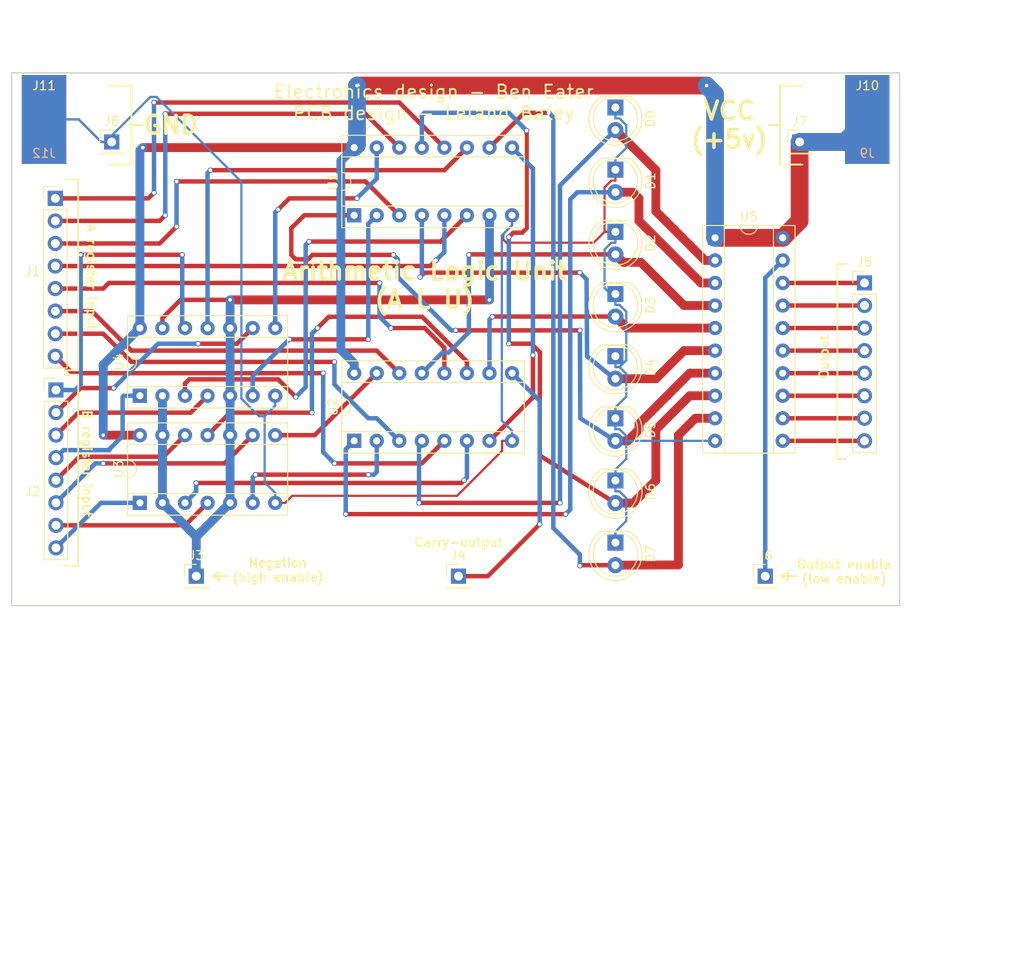
<source format=kicad_pcb>
(kicad_pcb (version 20171130) (host pcbnew "(5.1.12)-1")

  (general
    (thickness 1.6)
    (drawings 43)
    (tracks 421)
    (zones 0)
    (modules 25)
    (nets 47)
  )

  (page A4)
  (layers
    (0 F.Cu signal)
    (31 B.Cu signal)
    (32 B.Adhes user)
    (33 F.Adhes user)
    (34 B.Paste user)
    (35 F.Paste user)
    (36 B.SilkS user)
    (37 F.SilkS user)
    (38 B.Mask user)
    (39 F.Mask user)
    (40 Dwgs.User user)
    (41 Cmts.User user)
    (42 Eco1.User user)
    (43 Eco2.User user)
    (44 Edge.Cuts user)
    (45 Margin user)
    (46 B.CrtYd user)
    (47 F.CrtYd user)
    (48 B.Fab user)
    (49 F.Fab user)
  )

  (setup
    (last_trace_width 0.25)
    (user_trace_width 0.25)
    (user_trace_width 0.5)
    (user_trace_width 1)
    (user_trace_width 2)
    (trace_clearance 0.2)
    (zone_clearance 0.508)
    (zone_45_only no)
    (trace_min 0.2)
    (via_size 0.6)
    (via_drill 0.4)
    (via_min_size 0.4)
    (via_min_drill 0.3)
    (uvia_size 0.3)
    (uvia_drill 0.1)
    (uvias_allowed no)
    (uvia_min_size 0.2)
    (uvia_min_drill 0.1)
    (edge_width 0.15)
    (segment_width 0.2)
    (pcb_text_width 0.3)
    (pcb_text_size 1.5 1.5)
    (mod_edge_width 0.15)
    (mod_text_size 1 1)
    (mod_text_width 0.15)
    (pad_size 1.6 1.6)
    (pad_drill 0.8)
    (pad_to_mask_clearance 0.2)
    (aux_axis_origin 0 0)
    (visible_elements 7FFFFFFF)
    (pcbplotparams
      (layerselection 0x010e0_80000001)
      (usegerberextensions false)
      (usegerberattributes true)
      (usegerberadvancedattributes true)
      (creategerberjobfile true)
      (excludeedgelayer true)
      (linewidth 0.100000)
      (plotframeref false)
      (viasonmask false)
      (mode 1)
      (useauxorigin false)
      (hpglpennumber 1)
      (hpglpenspeed 20)
      (hpglpendiameter 15.000000)
      (psnegative false)
      (psa4output false)
      (plotreference true)
      (plotvalue true)
      (plotinvisibletext false)
      (padsonsilk false)
      (subtractmaskfromsilk false)
      (outputformat 1)
      (mirror false)
      (drillshape 0)
      (scaleselection 1)
      (outputdirectory "gerber_exports/"))
  )

  (net 0 "")
  (net 1 GND)
  (net 2 "Net-(D0-Pad2)")
  (net 3 "Net-(D1-Pad2)")
  (net 4 "Net-(D2-Pad2)")
  (net 5 "Net-(D3-Pad2)")
  (net 6 "Net-(D4-Pad2)")
  (net 7 "Net-(D5-Pad2)")
  (net 8 "Net-(D6-Pad2)")
  (net 9 "Net-(D7-Pad2)")
  (net 10 "Net-(J1-Pad1)")
  (net 11 "Net-(J1-Pad2)")
  (net 12 "Net-(J1-Pad3)")
  (net 13 "Net-(J1-Pad4)")
  (net 14 "Net-(J1-Pad5)")
  (net 15 "Net-(J1-Pad6)")
  (net 16 "Net-(J1-Pad7)")
  (net 17 "Net-(J1-Pad8)")
  (net 18 "Net-(J2-Pad1)")
  (net 19 "Net-(J3-Pad1)")
  (net 20 "Net-(J4-Pad1)")
  (net 21 "Net-(J5-Pad1)")
  (net 22 "Net-(J5-Pad2)")
  (net 23 "Net-(J5-Pad3)")
  (net 24 "Net-(J5-Pad4)")
  (net 25 "Net-(J5-Pad5)")
  (net 26 "Net-(J5-Pad6)")
  (net 27 "Net-(J5-Pad7)")
  (net 28 "Net-(J5-Pad8)")
  (net 29 "Net-(U1-Pad9)")
  (net 30 "Net-(U1-Pad2)")
  (net 31 "Net-(U1-Pad11)")
  (net 32 "Net-(U1-Pad6)")
  (net 33 "Net-(U1-Pad15)")
  (net 34 VCC)
  (net 35 "Net-(U2-Pad2)")
  (net 36 "Net-(U2-Pad11)")
  (net 37 "Net-(U2-Pad6)")
  (net 38 "Net-(U2-Pad15)")
  (net 39 "Net-(J6-Pad1)")
  (net 40 "Net-(J2-Pad2)")
  (net 41 "Net-(J2-Pad3)")
  (net 42 "Net-(J2-Pad4)")
  (net 43 "Net-(J2-Pad5)")
  (net 44 "Net-(J2-Pad6)")
  (net 45 "Net-(J2-Pad7)")
  (net 46 "Net-(J2-Pad8)")

  (net_class Default "This is the default net class."
    (clearance 0.2)
    (trace_width 0.25)
    (via_dia 0.6)
    (via_drill 0.4)
    (uvia_dia 0.3)
    (uvia_drill 0.1)
    (add_net GND)
    (add_net "Net-(D0-Pad2)")
    (add_net "Net-(D1-Pad2)")
    (add_net "Net-(D2-Pad2)")
    (add_net "Net-(D3-Pad2)")
    (add_net "Net-(D4-Pad2)")
    (add_net "Net-(D5-Pad2)")
    (add_net "Net-(D6-Pad2)")
    (add_net "Net-(D7-Pad2)")
    (add_net "Net-(J1-Pad1)")
    (add_net "Net-(J1-Pad2)")
    (add_net "Net-(J1-Pad3)")
    (add_net "Net-(J1-Pad4)")
    (add_net "Net-(J1-Pad5)")
    (add_net "Net-(J1-Pad6)")
    (add_net "Net-(J1-Pad7)")
    (add_net "Net-(J1-Pad8)")
    (add_net "Net-(J2-Pad1)")
    (add_net "Net-(J2-Pad2)")
    (add_net "Net-(J2-Pad3)")
    (add_net "Net-(J2-Pad4)")
    (add_net "Net-(J2-Pad5)")
    (add_net "Net-(J2-Pad6)")
    (add_net "Net-(J2-Pad7)")
    (add_net "Net-(J2-Pad8)")
    (add_net "Net-(J3-Pad1)")
    (add_net "Net-(J4-Pad1)")
    (add_net "Net-(J5-Pad1)")
    (add_net "Net-(J5-Pad2)")
    (add_net "Net-(J5-Pad3)")
    (add_net "Net-(J5-Pad4)")
    (add_net "Net-(J5-Pad5)")
    (add_net "Net-(J5-Pad6)")
    (add_net "Net-(J5-Pad7)")
    (add_net "Net-(J5-Pad8)")
    (add_net "Net-(J6-Pad1)")
    (add_net "Net-(U1-Pad11)")
    (add_net "Net-(U1-Pad15)")
    (add_net "Net-(U1-Pad2)")
    (add_net "Net-(U1-Pad6)")
    (add_net "Net-(U1-Pad9)")
    (add_net "Net-(U2-Pad11)")
    (add_net "Net-(U2-Pad15)")
    (add_net "Net-(U2-Pad2)")
    (add_net "Net-(U2-Pad6)")
    (add_net VCC)
  )

  (module LEDs:LED_D5.0mm (layer F.Cu) (tedit 587A3A7B) (tstamp 592C982A)
    (at 118 53.905 270)
    (descr "LED, diameter 5.0mm, 2 pins, http://cdn-reichelt.de/documents/datenblatt/A500/LL-504BC2E-009.pdf")
    (tags "LED diameter 5.0mm 2 pins")
    (path /592D0155)
    (fp_text reference D0 (at 1.27 -3.96 270) (layer F.SilkS)
      (effects (font (size 1 1) (thickness 0.15)))
    )
    (fp_text value LED (at 1.27 3.96 270) (layer F.Fab)
      (effects (font (size 1 1) (thickness 0.15)))
    )
    (fp_line (start 4.5 -3.25) (end -1.95 -3.25) (layer F.CrtYd) (width 0.05))
    (fp_line (start 4.5 3.25) (end 4.5 -3.25) (layer F.CrtYd) (width 0.05))
    (fp_line (start -1.95 3.25) (end 4.5 3.25) (layer F.CrtYd) (width 0.05))
    (fp_line (start -1.95 -3.25) (end -1.95 3.25) (layer F.CrtYd) (width 0.05))
    (fp_line (start -1.29 -1.545) (end -1.29 1.545) (layer F.SilkS) (width 0.12))
    (fp_line (start -1.23 -1.469694) (end -1.23 1.469694) (layer F.Fab) (width 0.1))
    (fp_circle (center 1.27 0) (end 3.77 0) (layer F.SilkS) (width 0.12))
    (fp_circle (center 1.27 0) (end 3.77 0) (layer F.Fab) (width 0.1))
    (fp_arc (start 1.27 0) (end -1.23 -1.469694) (angle 299.1) (layer F.Fab) (width 0.1))
    (fp_arc (start 1.27 0) (end -1.29 -1.54483) (angle 148.9) (layer F.SilkS) (width 0.12))
    (fp_arc (start 1.27 0) (end -1.29 1.54483) (angle -148.9) (layer F.SilkS) (width 0.12))
    (pad 1 thru_hole rect (at 0 0 270) (size 1.8 1.8) (drill 0.9) (layers *.Cu *.Mask)
      (net 1 GND))
    (pad 2 thru_hole circle (at 2.54 0 270) (size 1.8 1.8) (drill 0.9) (layers *.Cu *.Mask)
      (net 2 "Net-(D0-Pad2)"))
    (model LEDs.3dshapes/LED_D5.0mm.wrl
      (at (xyz 0 0 0))
      (scale (xyz 0.393701 0.393701 0.393701))
      (rotate (xyz 0 0 0))
    )
  )

  (module LEDs:LED_D5.0mm (layer F.Cu) (tedit 587A3A7B) (tstamp 592C9830)
    (at 118 60.905 270)
    (descr "LED, diameter 5.0mm, 2 pins, http://cdn-reichelt.de/documents/datenblatt/A500/LL-504BC2E-009.pdf")
    (tags "LED diameter 5.0mm 2 pins")
    (path /592D014F)
    (fp_text reference D1 (at 1.27 -3.96 270) (layer F.SilkS)
      (effects (font (size 1 1) (thickness 0.15)))
    )
    (fp_text value LED (at 1.27 3.96 270) (layer F.Fab)
      (effects (font (size 1 1) (thickness 0.15)))
    )
    (fp_line (start 4.5 -3.25) (end -1.95 -3.25) (layer F.CrtYd) (width 0.05))
    (fp_line (start 4.5 3.25) (end 4.5 -3.25) (layer F.CrtYd) (width 0.05))
    (fp_line (start -1.95 3.25) (end 4.5 3.25) (layer F.CrtYd) (width 0.05))
    (fp_line (start -1.95 -3.25) (end -1.95 3.25) (layer F.CrtYd) (width 0.05))
    (fp_line (start -1.29 -1.545) (end -1.29 1.545) (layer F.SilkS) (width 0.12))
    (fp_line (start -1.23 -1.469694) (end -1.23 1.469694) (layer F.Fab) (width 0.1))
    (fp_circle (center 1.27 0) (end 3.77 0) (layer F.SilkS) (width 0.12))
    (fp_circle (center 1.27 0) (end 3.77 0) (layer F.Fab) (width 0.1))
    (fp_arc (start 1.27 0) (end -1.23 -1.469694) (angle 299.1) (layer F.Fab) (width 0.1))
    (fp_arc (start 1.27 0) (end -1.29 -1.54483) (angle 148.9) (layer F.SilkS) (width 0.12))
    (fp_arc (start 1.27 0) (end -1.29 1.54483) (angle -148.9) (layer F.SilkS) (width 0.12))
    (pad 1 thru_hole rect (at 0 0 270) (size 1.8 1.8) (drill 0.9) (layers *.Cu *.Mask)
      (net 1 GND))
    (pad 2 thru_hole circle (at 2.54 0 270) (size 1.8 1.8) (drill 0.9) (layers *.Cu *.Mask)
      (net 3 "Net-(D1-Pad2)"))
    (model LEDs.3dshapes/LED_D5.0mm.wrl
      (at (xyz 0 0 0))
      (scale (xyz 0.393701 0.393701 0.393701))
      (rotate (xyz 0 0 0))
    )
  )

  (module LEDs:LED_D5.0mm (layer F.Cu) (tedit 587A3A7B) (tstamp 592C9836)
    (at 118 67.905 270)
    (descr "LED, diameter 5.0mm, 2 pins, http://cdn-reichelt.de/documents/datenblatt/A500/LL-504BC2E-009.pdf")
    (tags "LED diameter 5.0mm 2 pins")
    (path /592D0149)
    (fp_text reference D2 (at 1.27 -3.96 270) (layer F.SilkS)
      (effects (font (size 1 1) (thickness 0.15)))
    )
    (fp_text value LED (at 1.27 3.96 270) (layer F.Fab)
      (effects (font (size 1 1) (thickness 0.15)))
    )
    (fp_line (start 4.5 -3.25) (end -1.95 -3.25) (layer F.CrtYd) (width 0.05))
    (fp_line (start 4.5 3.25) (end 4.5 -3.25) (layer F.CrtYd) (width 0.05))
    (fp_line (start -1.95 3.25) (end 4.5 3.25) (layer F.CrtYd) (width 0.05))
    (fp_line (start -1.95 -3.25) (end -1.95 3.25) (layer F.CrtYd) (width 0.05))
    (fp_line (start -1.29 -1.545) (end -1.29 1.545) (layer F.SilkS) (width 0.12))
    (fp_line (start -1.23 -1.469694) (end -1.23 1.469694) (layer F.Fab) (width 0.1))
    (fp_circle (center 1.27 0) (end 3.77 0) (layer F.SilkS) (width 0.12))
    (fp_circle (center 1.27 0) (end 3.77 0) (layer F.Fab) (width 0.1))
    (fp_arc (start 1.27 0) (end -1.23 -1.469694) (angle 299.1) (layer F.Fab) (width 0.1))
    (fp_arc (start 1.27 0) (end -1.29 -1.54483) (angle 148.9) (layer F.SilkS) (width 0.12))
    (fp_arc (start 1.27 0) (end -1.29 1.54483) (angle -148.9) (layer F.SilkS) (width 0.12))
    (pad 1 thru_hole rect (at 0 0 270) (size 1.8 1.8) (drill 0.9) (layers *.Cu *.Mask)
      (net 1 GND))
    (pad 2 thru_hole circle (at 2.54 0 270) (size 1.8 1.8) (drill 0.9) (layers *.Cu *.Mask)
      (net 4 "Net-(D2-Pad2)"))
    (model LEDs.3dshapes/LED_D5.0mm.wrl
      (at (xyz 0 0 0))
      (scale (xyz 0.393701 0.393701 0.393701))
      (rotate (xyz 0 0 0))
    )
  )

  (module LEDs:LED_D5.0mm (layer F.Cu) (tedit 587A3A7B) (tstamp 592C983C)
    (at 118 74.905 270)
    (descr "LED, diameter 5.0mm, 2 pins, http://cdn-reichelt.de/documents/datenblatt/A500/LL-504BC2E-009.pdf")
    (tags "LED diameter 5.0mm 2 pins")
    (path /592D0143)
    (fp_text reference D3 (at 1.27 -3.96 270) (layer F.SilkS)
      (effects (font (size 1 1) (thickness 0.15)))
    )
    (fp_text value LED (at 1.27 3.96 270) (layer F.Fab)
      (effects (font (size 1 1) (thickness 0.15)))
    )
    (fp_line (start 4.5 -3.25) (end -1.95 -3.25) (layer F.CrtYd) (width 0.05))
    (fp_line (start 4.5 3.25) (end 4.5 -3.25) (layer F.CrtYd) (width 0.05))
    (fp_line (start -1.95 3.25) (end 4.5 3.25) (layer F.CrtYd) (width 0.05))
    (fp_line (start -1.95 -3.25) (end -1.95 3.25) (layer F.CrtYd) (width 0.05))
    (fp_line (start -1.29 -1.545) (end -1.29 1.545) (layer F.SilkS) (width 0.12))
    (fp_line (start -1.23 -1.469694) (end -1.23 1.469694) (layer F.Fab) (width 0.1))
    (fp_circle (center 1.27 0) (end 3.77 0) (layer F.SilkS) (width 0.12))
    (fp_circle (center 1.27 0) (end 3.77 0) (layer F.Fab) (width 0.1))
    (fp_arc (start 1.27 0) (end -1.23 -1.469694) (angle 299.1) (layer F.Fab) (width 0.1))
    (fp_arc (start 1.27 0) (end -1.29 -1.54483) (angle 148.9) (layer F.SilkS) (width 0.12))
    (fp_arc (start 1.27 0) (end -1.29 1.54483) (angle -148.9) (layer F.SilkS) (width 0.12))
    (pad 1 thru_hole rect (at 0 0 270) (size 1.8 1.8) (drill 0.9) (layers *.Cu *.Mask)
      (net 1 GND))
    (pad 2 thru_hole circle (at 2.54 0 270) (size 1.8 1.8) (drill 0.9) (layers *.Cu *.Mask)
      (net 5 "Net-(D3-Pad2)"))
    (model LEDs.3dshapes/LED_D5.0mm.wrl
      (at (xyz 0 0 0))
      (scale (xyz 0.393701 0.393701 0.393701))
      (rotate (xyz 0 0 0))
    )
  )

  (module LEDs:LED_D5.0mm (layer F.Cu) (tedit 587A3A7B) (tstamp 592C9842)
    (at 118 81.905 270)
    (descr "LED, diameter 5.0mm, 2 pins, http://cdn-reichelt.de/documents/datenblatt/A500/LL-504BC2E-009.pdf")
    (tags "LED diameter 5.0mm 2 pins")
    (path /592CF441)
    (fp_text reference D4 (at 1.27 -3.96 270) (layer F.SilkS)
      (effects (font (size 1 1) (thickness 0.15)))
    )
    (fp_text value LED (at 1.27 3.96 270) (layer F.Fab)
      (effects (font (size 1 1) (thickness 0.15)))
    )
    (fp_line (start 4.5 -3.25) (end -1.95 -3.25) (layer F.CrtYd) (width 0.05))
    (fp_line (start 4.5 3.25) (end 4.5 -3.25) (layer F.CrtYd) (width 0.05))
    (fp_line (start -1.95 3.25) (end 4.5 3.25) (layer F.CrtYd) (width 0.05))
    (fp_line (start -1.95 -3.25) (end -1.95 3.25) (layer F.CrtYd) (width 0.05))
    (fp_line (start -1.29 -1.545) (end -1.29 1.545) (layer F.SilkS) (width 0.12))
    (fp_line (start -1.23 -1.469694) (end -1.23 1.469694) (layer F.Fab) (width 0.1))
    (fp_circle (center 1.27 0) (end 3.77 0) (layer F.SilkS) (width 0.12))
    (fp_circle (center 1.27 0) (end 3.77 0) (layer F.Fab) (width 0.1))
    (fp_arc (start 1.27 0) (end -1.23 -1.469694) (angle 299.1) (layer F.Fab) (width 0.1))
    (fp_arc (start 1.27 0) (end -1.29 -1.54483) (angle 148.9) (layer F.SilkS) (width 0.12))
    (fp_arc (start 1.27 0) (end -1.29 1.54483) (angle -148.9) (layer F.SilkS) (width 0.12))
    (pad 1 thru_hole rect (at 0 0 270) (size 1.8 1.8) (drill 0.9) (layers *.Cu *.Mask)
      (net 1 GND))
    (pad 2 thru_hole circle (at 2.54 0 270) (size 1.8 1.8) (drill 0.9) (layers *.Cu *.Mask)
      (net 6 "Net-(D4-Pad2)"))
    (model LEDs.3dshapes/LED_D5.0mm.wrl
      (at (xyz 0 0 0))
      (scale (xyz 0.393701 0.393701 0.393701))
      (rotate (xyz 0 0 0))
    )
  )

  (module LEDs:LED_D5.0mm (layer F.Cu) (tedit 587A3A7B) (tstamp 592C9848)
    (at 118 88.905 270)
    (descr "LED, diameter 5.0mm, 2 pins, http://cdn-reichelt.de/documents/datenblatt/A500/LL-504BC2E-009.pdf")
    (tags "LED diameter 5.0mm 2 pins")
    (path /592CF43B)
    (fp_text reference D5 (at 1.27 -3.96 270) (layer F.SilkS)
      (effects (font (size 1 1) (thickness 0.15)))
    )
    (fp_text value LED (at 1.27 3.96 270) (layer F.Fab)
      (effects (font (size 1 1) (thickness 0.15)))
    )
    (fp_line (start 4.5 -3.25) (end -1.95 -3.25) (layer F.CrtYd) (width 0.05))
    (fp_line (start 4.5 3.25) (end 4.5 -3.25) (layer F.CrtYd) (width 0.05))
    (fp_line (start -1.95 3.25) (end 4.5 3.25) (layer F.CrtYd) (width 0.05))
    (fp_line (start -1.95 -3.25) (end -1.95 3.25) (layer F.CrtYd) (width 0.05))
    (fp_line (start -1.29 -1.545) (end -1.29 1.545) (layer F.SilkS) (width 0.12))
    (fp_line (start -1.23 -1.469694) (end -1.23 1.469694) (layer F.Fab) (width 0.1))
    (fp_circle (center 1.27 0) (end 3.77 0) (layer F.SilkS) (width 0.12))
    (fp_circle (center 1.27 0) (end 3.77 0) (layer F.Fab) (width 0.1))
    (fp_arc (start 1.27 0) (end -1.23 -1.469694) (angle 299.1) (layer F.Fab) (width 0.1))
    (fp_arc (start 1.27 0) (end -1.29 -1.54483) (angle 148.9) (layer F.SilkS) (width 0.12))
    (fp_arc (start 1.27 0) (end -1.29 1.54483) (angle -148.9) (layer F.SilkS) (width 0.12))
    (pad 1 thru_hole rect (at 0 0 270) (size 1.8 1.8) (drill 0.9) (layers *.Cu *.Mask)
      (net 1 GND))
    (pad 2 thru_hole circle (at 2.54 0 270) (size 1.8 1.8) (drill 0.9) (layers *.Cu *.Mask)
      (net 7 "Net-(D5-Pad2)"))
    (model LEDs.3dshapes/LED_D5.0mm.wrl
      (at (xyz 0 0 0))
      (scale (xyz 0.393701 0.393701 0.393701))
      (rotate (xyz 0 0 0))
    )
  )

  (module LEDs:LED_D5.0mm (layer F.Cu) (tedit 587A3A7B) (tstamp 592C984E)
    (at 118 95.905 270)
    (descr "LED, diameter 5.0mm, 2 pins, http://cdn-reichelt.de/documents/datenblatt/A500/LL-504BC2E-009.pdf")
    (tags "LED diameter 5.0mm 2 pins")
    (path /592CF1F5)
    (fp_text reference D6 (at 1.27 -3.96 270) (layer F.SilkS)
      (effects (font (size 1 1) (thickness 0.15)))
    )
    (fp_text value LED (at 1.27 3.96 270) (layer F.Fab)
      (effects (font (size 1 1) (thickness 0.15)))
    )
    (fp_line (start 4.5 -3.25) (end -1.95 -3.25) (layer F.CrtYd) (width 0.05))
    (fp_line (start 4.5 3.25) (end 4.5 -3.25) (layer F.CrtYd) (width 0.05))
    (fp_line (start -1.95 3.25) (end 4.5 3.25) (layer F.CrtYd) (width 0.05))
    (fp_line (start -1.95 -3.25) (end -1.95 3.25) (layer F.CrtYd) (width 0.05))
    (fp_line (start -1.29 -1.545) (end -1.29 1.545) (layer F.SilkS) (width 0.12))
    (fp_line (start -1.23 -1.469694) (end -1.23 1.469694) (layer F.Fab) (width 0.1))
    (fp_circle (center 1.27 0) (end 3.77 0) (layer F.SilkS) (width 0.12))
    (fp_circle (center 1.27 0) (end 3.77 0) (layer F.Fab) (width 0.1))
    (fp_arc (start 1.27 0) (end -1.23 -1.469694) (angle 299.1) (layer F.Fab) (width 0.1))
    (fp_arc (start 1.27 0) (end -1.29 -1.54483) (angle 148.9) (layer F.SilkS) (width 0.12))
    (fp_arc (start 1.27 0) (end -1.29 1.54483) (angle -148.9) (layer F.SilkS) (width 0.12))
    (pad 1 thru_hole rect (at 0 0 270) (size 1.8 1.8) (drill 0.9) (layers *.Cu *.Mask)
      (net 1 GND))
    (pad 2 thru_hole circle (at 2.54 0 270) (size 1.8 1.8) (drill 0.9) (layers *.Cu *.Mask)
      (net 8 "Net-(D6-Pad2)"))
    (model LEDs.3dshapes/LED_D5.0mm.wrl
      (at (xyz 0 0 0))
      (scale (xyz 0.393701 0.393701 0.393701))
      (rotate (xyz 0 0 0))
    )
  )

  (module LEDs:LED_D5.0mm (layer F.Cu) (tedit 587A3A7B) (tstamp 592C9854)
    (at 118 102.905 270)
    (descr "LED, diameter 5.0mm, 2 pins, http://cdn-reichelt.de/documents/datenblatt/A500/LL-504BC2E-009.pdf")
    (tags "LED diameter 5.0mm 2 pins")
    (path /592CE6AF)
    (fp_text reference D7 (at 1.27 -3.96 270) (layer F.SilkS)
      (effects (font (size 1 1) (thickness 0.15)))
    )
    (fp_text value LED (at 1.27 3.96 270) (layer F.Fab)
      (effects (font (size 1 1) (thickness 0.15)))
    )
    (fp_line (start 4.5 -3.25) (end -1.95 -3.25) (layer F.CrtYd) (width 0.05))
    (fp_line (start 4.5 3.25) (end 4.5 -3.25) (layer F.CrtYd) (width 0.05))
    (fp_line (start -1.95 3.25) (end 4.5 3.25) (layer F.CrtYd) (width 0.05))
    (fp_line (start -1.95 -3.25) (end -1.95 3.25) (layer F.CrtYd) (width 0.05))
    (fp_line (start -1.29 -1.545) (end -1.29 1.545) (layer F.SilkS) (width 0.12))
    (fp_line (start -1.23 -1.469694) (end -1.23 1.469694) (layer F.Fab) (width 0.1))
    (fp_circle (center 1.27 0) (end 3.77 0) (layer F.SilkS) (width 0.12))
    (fp_circle (center 1.27 0) (end 3.77 0) (layer F.Fab) (width 0.1))
    (fp_arc (start 1.27 0) (end -1.23 -1.469694) (angle 299.1) (layer F.Fab) (width 0.1))
    (fp_arc (start 1.27 0) (end -1.29 -1.54483) (angle 148.9) (layer F.SilkS) (width 0.12))
    (fp_arc (start 1.27 0) (end -1.29 1.54483) (angle -148.9) (layer F.SilkS) (width 0.12))
    (pad 1 thru_hole rect (at 0 0 270) (size 1.8 1.8) (drill 0.9) (layers *.Cu *.Mask)
      (net 1 GND))
    (pad 2 thru_hole circle (at 2.54 0 270) (size 1.8 1.8) (drill 0.9) (layers *.Cu *.Mask)
      (net 9 "Net-(D7-Pad2)"))
    (model LEDs.3dshapes/LED_D5.0mm.wrl
      (at (xyz 0 0 0))
      (scale (xyz 0.393701 0.393701 0.393701))
      (rotate (xyz 0 0 0))
    )
  )

  (module Pin_Headers:Pin_Header_Straight_1x08_Pitch2.54mm (layer F.Cu) (tedit 58CD4EC1) (tstamp 592C9860)
    (at 54.925 64.135)
    (descr "Through hole straight pin header, 1x08, 2.54mm pitch, single row")
    (tags "Through hole pin header THT 1x08 2.54mm single row")
    (path /592C70D7)
    (fp_text reference J1 (at -2.54 8.255) (layer F.SilkS)
      (effects (font (size 1 1) (thickness 0.15)))
    )
    (fp_text value CONN_01X08 (at 0 20.11) (layer F.Fab)
      (effects (font (size 1 1) (thickness 0.15)))
    )
    (fp_line (start 1.8 -1.8) (end -1.8 -1.8) (layer F.CrtYd) (width 0.05))
    (fp_line (start 1.8 19.55) (end 1.8 -1.8) (layer F.CrtYd) (width 0.05))
    (fp_line (start -1.8 19.55) (end 1.8 19.55) (layer F.CrtYd) (width 0.05))
    (fp_line (start -1.8 -1.8) (end -1.8 19.55) (layer F.CrtYd) (width 0.05))
    (fp_line (start -1.33 -1.33) (end 0 -1.33) (layer F.SilkS) (width 0.12))
    (fp_line (start -1.33 0) (end -1.33 -1.33) (layer F.SilkS) (width 0.12))
    (fp_line (start 1.33 1.27) (end -1.33 1.27) (layer F.SilkS) (width 0.12))
    (fp_line (start 1.33 19.11) (end 1.33 1.27) (layer F.SilkS) (width 0.12))
    (fp_line (start -1.33 19.11) (end 1.33 19.11) (layer F.SilkS) (width 0.12))
    (fp_line (start -1.33 1.27) (end -1.33 19.11) (layer F.SilkS) (width 0.12))
    (fp_line (start 1.27 -1.27) (end -1.27 -1.27) (layer F.Fab) (width 0.1))
    (fp_line (start 1.27 19.05) (end 1.27 -1.27) (layer F.Fab) (width 0.1))
    (fp_line (start -1.27 19.05) (end 1.27 19.05) (layer F.Fab) (width 0.1))
    (fp_line (start -1.27 -1.27) (end -1.27 19.05) (layer F.Fab) (width 0.1))
    (fp_text user %R (at -2.54 8.255) (layer F.Fab)
      (effects (font (size 1 1) (thickness 0.15)))
    )
    (pad 1 thru_hole rect (at 0 0) (size 1.7 1.7) (drill 1) (layers *.Cu *.Mask)
      (net 10 "Net-(J1-Pad1)"))
    (pad 2 thru_hole oval (at 0 2.54) (size 1.7 1.7) (drill 1) (layers *.Cu *.Mask)
      (net 11 "Net-(J1-Pad2)"))
    (pad 3 thru_hole oval (at 0 5.08) (size 1.7 1.7) (drill 1) (layers *.Cu *.Mask)
      (net 12 "Net-(J1-Pad3)"))
    (pad 4 thru_hole oval (at 0 7.62) (size 1.7 1.7) (drill 1) (layers *.Cu *.Mask)
      (net 13 "Net-(J1-Pad4)"))
    (pad 5 thru_hole oval (at 0 10.16) (size 1.7 1.7) (drill 1) (layers *.Cu *.Mask)
      (net 14 "Net-(J1-Pad5)"))
    (pad 6 thru_hole oval (at 0 12.7) (size 1.7 1.7) (drill 1) (layers *.Cu *.Mask)
      (net 15 "Net-(J1-Pad6)"))
    (pad 7 thru_hole oval (at 0 15.24) (size 1.7 1.7) (drill 1) (layers *.Cu *.Mask)
      (net 16 "Net-(J1-Pad7)"))
    (pad 8 thru_hole oval (at 0 17.78) (size 1.7 1.7) (drill 1) (layers *.Cu *.Mask)
      (net 17 "Net-(J1-Pad8)"))
    (model ${KISYS3DMOD}/Pin_Headers.3dshapes/Pin_Header_Straight_1x08_Pitch2.54mm.wrl
      (offset (xyz 0 -8.889999866485596 0))
      (scale (xyz 1 1 1))
      (rotate (xyz 0 0 90))
    )
  )

  (module Pin_Headers:Pin_Header_Straight_1x08_Pitch2.54mm (layer F.Cu) (tedit 58CD4EC1) (tstamp 592C986C)
    (at 55 85.715)
    (descr "Through hole straight pin header, 1x08, 2.54mm pitch, single row")
    (tags "Through hole pin header THT 1x08 2.54mm single row")
    (path /592C75EE)
    (fp_text reference J2 (at -2.615 11.44) (layer F.SilkS)
      (effects (font (size 1 1) (thickness 0.15)))
    )
    (fp_text value CONN_01X08 (at 0 20.11) (layer F.Fab)
      (effects (font (size 1 1) (thickness 0.15)))
    )
    (fp_line (start 1.8 -1.8) (end -1.8 -1.8) (layer F.CrtYd) (width 0.05))
    (fp_line (start 1.8 19.55) (end 1.8 -1.8) (layer F.CrtYd) (width 0.05))
    (fp_line (start -1.8 19.55) (end 1.8 19.55) (layer F.CrtYd) (width 0.05))
    (fp_line (start -1.8 -1.8) (end -1.8 19.55) (layer F.CrtYd) (width 0.05))
    (fp_line (start -1.33 -1.33) (end 0 -1.33) (layer F.SilkS) (width 0.12))
    (fp_line (start -1.33 0) (end -1.33 -1.33) (layer F.SilkS) (width 0.12))
    (fp_line (start 1.33 1.27) (end -1.33 1.27) (layer F.SilkS) (width 0.12))
    (fp_line (start 1.33 19.11) (end 1.33 1.27) (layer F.SilkS) (width 0.12))
    (fp_line (start -1.33 19.11) (end 1.33 19.11) (layer F.SilkS) (width 0.12))
    (fp_line (start -1.33 1.27) (end -1.33 19.11) (layer F.SilkS) (width 0.12))
    (fp_line (start 1.27 -1.27) (end -1.27 -1.27) (layer F.Fab) (width 0.1))
    (fp_line (start 1.27 19.05) (end 1.27 -1.27) (layer F.Fab) (width 0.1))
    (fp_line (start -1.27 19.05) (end 1.27 19.05) (layer F.Fab) (width 0.1))
    (fp_line (start -1.27 -1.27) (end -1.27 19.05) (layer F.Fab) (width 0.1))
    (fp_text user %R (at -2.615 11.44) (layer F.Fab)
      (effects (font (size 1 1) (thickness 0.15)))
    )
    (pad 1 thru_hole rect (at 0 0) (size 1.7 1.7) (drill 1) (layers *.Cu *.Mask)
      (net 18 "Net-(J2-Pad1)"))
    (pad 2 thru_hole oval (at 0 2.54) (size 1.7 1.7) (drill 1) (layers *.Cu *.Mask)
      (net 40 "Net-(J2-Pad2)"))
    (pad 3 thru_hole oval (at 0 5.08) (size 1.7 1.7) (drill 1) (layers *.Cu *.Mask)
      (net 41 "Net-(J2-Pad3)"))
    (pad 4 thru_hole oval (at 0 7.62) (size 1.7 1.7) (drill 1) (layers *.Cu *.Mask)
      (net 42 "Net-(J2-Pad4)"))
    (pad 5 thru_hole oval (at 0 10.16) (size 1.7 1.7) (drill 1) (layers *.Cu *.Mask)
      (net 43 "Net-(J2-Pad5)"))
    (pad 6 thru_hole oval (at 0 12.7) (size 1.7 1.7) (drill 1) (layers *.Cu *.Mask)
      (net 44 "Net-(J2-Pad6)"))
    (pad 7 thru_hole oval (at 0 15.24) (size 1.7 1.7) (drill 1) (layers *.Cu *.Mask)
      (net 45 "Net-(J2-Pad7)"))
    (pad 8 thru_hole oval (at 0 17.78) (size 1.7 1.7) (drill 1) (layers *.Cu *.Mask)
      (net 46 "Net-(J2-Pad8)"))
    (model ${KISYS3DMOD}/Pin_Headers.3dshapes/Pin_Header_Straight_1x08_Pitch2.54mm.wrl
      (offset (xyz 0 -8.889999866485596 0))
      (scale (xyz 1 1 1))
      (rotate (xyz 0 0 90))
    )
  )

  (module Pin_Headers:Pin_Header_Straight_1x01_Pitch2.54mm (layer F.Cu) (tedit 58CD4EC1) (tstamp 592C9871)
    (at 70.8 106.68)
    (descr "Through hole straight pin header, 1x01, 2.54mm pitch, single row")
    (tags "Through hole pin header THT 1x01 2.54mm single row")
    (path /592CACB2)
    (fp_text reference J3 (at 0 -2.33) (layer F.SilkS)
      (effects (font (size 1 1) (thickness 0.15)))
    )
    (fp_text value CONN_01X01 (at 0 2.33) (layer F.Fab)
      (effects (font (size 1 1) (thickness 0.15)))
    )
    (fp_line (start 1.8 -1.8) (end -1.8 -1.8) (layer F.CrtYd) (width 0.05))
    (fp_line (start 1.8 1.8) (end 1.8 -1.8) (layer F.CrtYd) (width 0.05))
    (fp_line (start -1.8 1.8) (end 1.8 1.8) (layer F.CrtYd) (width 0.05))
    (fp_line (start -1.8 -1.8) (end -1.8 1.8) (layer F.CrtYd) (width 0.05))
    (fp_line (start -1.33 -1.33) (end 0 -1.33) (layer F.SilkS) (width 0.12))
    (fp_line (start -1.33 0) (end -1.33 -1.33) (layer F.SilkS) (width 0.12))
    (fp_line (start 1.33 1.27) (end -1.33 1.27) (layer F.SilkS) (width 0.12))
    (fp_line (start 1.33 1.33) (end 1.33 1.27) (layer F.SilkS) (width 0.12))
    (fp_line (start -1.33 1.33) (end 1.33 1.33) (layer F.SilkS) (width 0.12))
    (fp_line (start -1.33 1.27) (end -1.33 1.33) (layer F.SilkS) (width 0.12))
    (fp_line (start 1.27 -1.27) (end -1.27 -1.27) (layer F.Fab) (width 0.1))
    (fp_line (start 1.27 1.27) (end 1.27 -1.27) (layer F.Fab) (width 0.1))
    (fp_line (start -1.27 1.27) (end 1.27 1.27) (layer F.Fab) (width 0.1))
    (fp_line (start -1.27 -1.27) (end -1.27 1.27) (layer F.Fab) (width 0.1))
    (fp_text user %R (at 0 -2.33) (layer F.Fab)
      (effects (font (size 1 1) (thickness 0.15)))
    )
    (pad 1 thru_hole rect (at 0 0) (size 1.7 1.7) (drill 1) (layers *.Cu *.Mask)
      (net 19 "Net-(J3-Pad1)"))
    (model ${KISYS3DMOD}/Pin_Headers.3dshapes/Pin_Header_Straight_1x01_Pitch2.54mm.wrl
      (at (xyz 0 0 0))
      (scale (xyz 1 1 1))
      (rotate (xyz 0 0 90))
    )
  )

  (module Pin_Headers:Pin_Header_Straight_1x01_Pitch2.54mm (layer F.Cu) (tedit 58CD4EC1) (tstamp 592C9876)
    (at 100.33 106.68)
    (descr "Through hole straight pin header, 1x01, 2.54mm pitch, single row")
    (tags "Through hole pin header THT 1x01 2.54mm single row")
    (path /592E1064)
    (fp_text reference J4 (at 0 -2.33) (layer F.SilkS)
      (effects (font (size 1 1) (thickness 0.15)))
    )
    (fp_text value CONN_01X01 (at 0 2.33) (layer F.Fab)
      (effects (font (size 1 1) (thickness 0.15)))
    )
    (fp_line (start 1.8 -1.8) (end -1.8 -1.8) (layer F.CrtYd) (width 0.05))
    (fp_line (start 1.8 1.8) (end 1.8 -1.8) (layer F.CrtYd) (width 0.05))
    (fp_line (start -1.8 1.8) (end 1.8 1.8) (layer F.CrtYd) (width 0.05))
    (fp_line (start -1.8 -1.8) (end -1.8 1.8) (layer F.CrtYd) (width 0.05))
    (fp_line (start -1.33 -1.33) (end 0 -1.33) (layer F.SilkS) (width 0.12))
    (fp_line (start -1.33 0) (end -1.33 -1.33) (layer F.SilkS) (width 0.12))
    (fp_line (start 1.33 1.27) (end -1.33 1.27) (layer F.SilkS) (width 0.12))
    (fp_line (start 1.33 1.33) (end 1.33 1.27) (layer F.SilkS) (width 0.12))
    (fp_line (start -1.33 1.33) (end 1.33 1.33) (layer F.SilkS) (width 0.12))
    (fp_line (start -1.33 1.27) (end -1.33 1.33) (layer F.SilkS) (width 0.12))
    (fp_line (start 1.27 -1.27) (end -1.27 -1.27) (layer F.Fab) (width 0.1))
    (fp_line (start 1.27 1.27) (end 1.27 -1.27) (layer F.Fab) (width 0.1))
    (fp_line (start -1.27 1.27) (end 1.27 1.27) (layer F.Fab) (width 0.1))
    (fp_line (start -1.27 -1.27) (end -1.27 1.27) (layer F.Fab) (width 0.1))
    (fp_text user %R (at 0 -2.33) (layer F.Fab)
      (effects (font (size 1 1) (thickness 0.15)))
    )
    (pad 1 thru_hole rect (at 0 0) (size 1.7 1.7) (drill 1) (layers *.Cu *.Mask)
      (net 20 "Net-(J4-Pad1)"))
    (model ${KISYS3DMOD}/Pin_Headers.3dshapes/Pin_Header_Straight_1x01_Pitch2.54mm.wrl
      (at (xyz 0 0 0))
      (scale (xyz 1 1 1))
      (rotate (xyz 0 0 90))
    )
  )

  (module Pin_Headers:Pin_Header_Straight_1x08_Pitch2.54mm (layer F.Cu) (tedit 58CD4EC1) (tstamp 592C9882)
    (at 146.05 73.66)
    (descr "Through hole straight pin header, 1x08, 2.54mm pitch, single row")
    (tags "Through hole pin header THT 1x08 2.54mm single row")
    (path /592DDB7B)
    (fp_text reference J5 (at 0 -2.33) (layer F.SilkS)
      (effects (font (size 1 1) (thickness 0.15)))
    )
    (fp_text value CONN_01X08 (at 0 20.11) (layer F.Fab)
      (effects (font (size 1 1) (thickness 0.15)))
    )
    (fp_line (start 1.8 -1.8) (end -1.8 -1.8) (layer F.CrtYd) (width 0.05))
    (fp_line (start 1.8 19.55) (end 1.8 -1.8) (layer F.CrtYd) (width 0.05))
    (fp_line (start -1.8 19.55) (end 1.8 19.55) (layer F.CrtYd) (width 0.05))
    (fp_line (start -1.8 -1.8) (end -1.8 19.55) (layer F.CrtYd) (width 0.05))
    (fp_line (start -1.33 -1.33) (end 0 -1.33) (layer F.SilkS) (width 0.12))
    (fp_line (start -1.33 0) (end -1.33 -1.33) (layer F.SilkS) (width 0.12))
    (fp_line (start 1.33 1.27) (end -1.33 1.27) (layer F.SilkS) (width 0.12))
    (fp_line (start 1.33 19.11) (end 1.33 1.27) (layer F.SilkS) (width 0.12))
    (fp_line (start -1.33 19.11) (end 1.33 19.11) (layer F.SilkS) (width 0.12))
    (fp_line (start -1.33 1.27) (end -1.33 19.11) (layer F.SilkS) (width 0.12))
    (fp_line (start 1.27 -1.27) (end -1.27 -1.27) (layer F.Fab) (width 0.1))
    (fp_line (start 1.27 19.05) (end 1.27 -1.27) (layer F.Fab) (width 0.1))
    (fp_line (start -1.27 19.05) (end 1.27 19.05) (layer F.Fab) (width 0.1))
    (fp_line (start -1.27 -1.27) (end -1.27 19.05) (layer F.Fab) (width 0.1))
    (fp_text user %R (at 0 -2.33) (layer F.Fab)
      (effects (font (size 1 1) (thickness 0.15)))
    )
    (pad 1 thru_hole rect (at 0 0) (size 1.7 1.7) (drill 1) (layers *.Cu *.Mask)
      (net 21 "Net-(J5-Pad1)"))
    (pad 2 thru_hole oval (at 0 2.54) (size 1.7 1.7) (drill 1) (layers *.Cu *.Mask)
      (net 22 "Net-(J5-Pad2)"))
    (pad 3 thru_hole oval (at 0 5.08) (size 1.7 1.7) (drill 1) (layers *.Cu *.Mask)
      (net 23 "Net-(J5-Pad3)"))
    (pad 4 thru_hole oval (at 0 7.62) (size 1.7 1.7) (drill 1) (layers *.Cu *.Mask)
      (net 24 "Net-(J5-Pad4)"))
    (pad 5 thru_hole oval (at 0 10.16) (size 1.7 1.7) (drill 1) (layers *.Cu *.Mask)
      (net 25 "Net-(J5-Pad5)"))
    (pad 6 thru_hole oval (at 0 12.7) (size 1.7 1.7) (drill 1) (layers *.Cu *.Mask)
      (net 26 "Net-(J5-Pad6)"))
    (pad 7 thru_hole oval (at 0 15.24) (size 1.7 1.7) (drill 1) (layers *.Cu *.Mask)
      (net 27 "Net-(J5-Pad7)"))
    (pad 8 thru_hole oval (at 0 17.78) (size 1.7 1.7) (drill 1) (layers *.Cu *.Mask)
      (net 28 "Net-(J5-Pad8)"))
    (model ${KISYS3DMOD}/Pin_Headers.3dshapes/Pin_Header_Straight_1x08_Pitch2.54mm.wrl
      (offset (xyz 0 -8.889999866485596 0))
      (scale (xyz 1 1 1))
      (rotate (xyz 0 0 90))
    )
  )

  (module Pin_Headers:Pin_Header_Straight_1x01_Pitch2.54mm (layer F.Cu) (tedit 58CD4EC1) (tstamp 592C9887)
    (at 134.874 106.68)
    (descr "Through hole straight pin header, 1x01, 2.54mm pitch, single row")
    (tags "Through hole pin header THT 1x01 2.54mm single row")
    (path /592D5557)
    (fp_text reference J6 (at 0 -2.33) (layer F.SilkS)
      (effects (font (size 1 1) (thickness 0.15)))
    )
    (fp_text value CONN_01X01 (at 0 2.33) (layer F.Fab)
      (effects (font (size 1 1) (thickness 0.15)))
    )
    (fp_line (start 1.8 -1.8) (end -1.8 -1.8) (layer F.CrtYd) (width 0.05))
    (fp_line (start 1.8 1.8) (end 1.8 -1.8) (layer F.CrtYd) (width 0.05))
    (fp_line (start -1.8 1.8) (end 1.8 1.8) (layer F.CrtYd) (width 0.05))
    (fp_line (start -1.8 -1.8) (end -1.8 1.8) (layer F.CrtYd) (width 0.05))
    (fp_line (start -1.33 -1.33) (end 0 -1.33) (layer F.SilkS) (width 0.12))
    (fp_line (start -1.33 0) (end -1.33 -1.33) (layer F.SilkS) (width 0.12))
    (fp_line (start 1.33 1.27) (end -1.33 1.27) (layer F.SilkS) (width 0.12))
    (fp_line (start 1.33 1.33) (end 1.33 1.27) (layer F.SilkS) (width 0.12))
    (fp_line (start -1.33 1.33) (end 1.33 1.33) (layer F.SilkS) (width 0.12))
    (fp_line (start -1.33 1.27) (end -1.33 1.33) (layer F.SilkS) (width 0.12))
    (fp_line (start 1.27 -1.27) (end -1.27 -1.27) (layer F.Fab) (width 0.1))
    (fp_line (start 1.27 1.27) (end 1.27 -1.27) (layer F.Fab) (width 0.1))
    (fp_line (start -1.27 1.27) (end 1.27 1.27) (layer F.Fab) (width 0.1))
    (fp_line (start -1.27 -1.27) (end -1.27 1.27) (layer F.Fab) (width 0.1))
    (fp_text user %R (at 0 -2.33) (layer F.Fab)
      (effects (font (size 1 1) (thickness 0.15)))
    )
    (pad 1 thru_hole rect (at 0 0) (size 1.7 1.7) (drill 1) (layers *.Cu *.Mask)
      (net 39 "Net-(J6-Pad1)"))
    (model ${KISYS3DMOD}/Pin_Headers.3dshapes/Pin_Header_Straight_1x01_Pitch2.54mm.wrl
      (at (xyz 0 0 0))
      (scale (xyz 1 1 1))
      (rotate (xyz 0 0 90))
    )
  )

  (module Housings_DIP:DIP-16_W7.62mm_Socket (layer F.Cu) (tedit 58CC8E2D) (tstamp 592CAB22)
    (at 88.58 66.04 90)
    (descr "16-lead dip package, row spacing 7.62 mm (300 mils), Socket")
    (tags "DIL DIP PDIP 2.54mm 7.62mm 300mil Socket")
    (path /592C6033)
    (fp_text reference U1 (at 3.81 -2.39 90) (layer F.SilkS)
      (effects (font (size 1 1) (thickness 0.15)))
    )
    (fp_text value 74LS283 (at 3.81 20.17 90) (layer F.Fab)
      (effects (font (size 1 1) (thickness 0.15)))
    )
    (fp_line (start 9.3 -1.7) (end -1.7 -1.7) (layer F.CrtYd) (width 0.05))
    (fp_line (start 9.3 19.5) (end 9.3 -1.7) (layer F.CrtYd) (width 0.05))
    (fp_line (start -1.7 19.5) (end 9.3 19.5) (layer F.CrtYd) (width 0.05))
    (fp_line (start -1.7 -1.7) (end -1.7 19.5) (layer F.CrtYd) (width 0.05))
    (fp_line (start 9.01 -1.39) (end -1.39 -1.39) (layer F.SilkS) (width 0.12))
    (fp_line (start 9.01 19.17) (end 9.01 -1.39) (layer F.SilkS) (width 0.12))
    (fp_line (start -1.39 19.17) (end 9.01 19.17) (layer F.SilkS) (width 0.12))
    (fp_line (start -1.39 -1.39) (end -1.39 19.17) (layer F.SilkS) (width 0.12))
    (fp_line (start 6.58 -1.39) (end 4.81 -1.39) (layer F.SilkS) (width 0.12))
    (fp_line (start 6.58 19.17) (end 6.58 -1.39) (layer F.SilkS) (width 0.12))
    (fp_line (start 1.04 19.17) (end 6.58 19.17) (layer F.SilkS) (width 0.12))
    (fp_line (start 1.04 -1.39) (end 1.04 19.17) (layer F.SilkS) (width 0.12))
    (fp_line (start 2.81 -1.39) (end 1.04 -1.39) (layer F.SilkS) (width 0.12))
    (fp_line (start 8.89 -1.27) (end -1.27 -1.27) (layer F.Fab) (width 0.1))
    (fp_line (start 8.89 19.05) (end 8.89 -1.27) (layer F.Fab) (width 0.1))
    (fp_line (start -1.27 19.05) (end 8.89 19.05) (layer F.Fab) (width 0.1))
    (fp_line (start -1.27 -1.27) (end -1.27 19.05) (layer F.Fab) (width 0.1))
    (fp_line (start 0.635 -0.27) (end 1.635 -1.27) (layer F.Fab) (width 0.1))
    (fp_line (start 0.635 19.05) (end 0.635 -0.27) (layer F.Fab) (width 0.1))
    (fp_line (start 6.985 19.05) (end 0.635 19.05) (layer F.Fab) (width 0.1))
    (fp_line (start 6.985 -1.27) (end 6.985 19.05) (layer F.Fab) (width 0.1))
    (fp_line (start 1.635 -1.27) (end 6.985 -1.27) (layer F.Fab) (width 0.1))
    (fp_text user %R (at 3.81 8.89 90) (layer F.Fab)
      (effects (font (size 1 1) (thickness 0.15)))
    )
    (fp_arc (start 3.81 -1.39) (end 2.81 -1.39) (angle -180) (layer F.SilkS) (width 0.12))
    (pad 1 thru_hole rect (at 0 0 90) (size 1.6 1.6) (drill 0.8) (layers *.Cu *.Mask)
      (net 7 "Net-(D5-Pad2)"))
    (pad 9 thru_hole oval (at 7.62 17.78 90) (size 1.6 1.6) (drill 0.8) (layers *.Cu *.Mask)
      (net 29 "Net-(U1-Pad9)"))
    (pad 2 thru_hole oval (at 0 2.54 90) (size 1.6 1.6) (drill 0.8) (layers *.Cu *.Mask)
      (net 30 "Net-(U1-Pad2)"))
    (pad 10 thru_hole oval (at 7.62 15.24 90) (size 1.6 1.6) (drill 0.8) (layers *.Cu *.Mask)
      (net 9 "Net-(D7-Pad2)"))
    (pad 3 thru_hole oval (at 0 5.08 90) (size 1.6 1.6) (drill 0.8) (layers *.Cu *.Mask)
      (net 12 "Net-(J1-Pad3)"))
    (pad 11 thru_hole oval (at 7.62 12.7 90) (size 1.6 1.6) (drill 0.8) (layers *.Cu *.Mask)
      (net 31 "Net-(U1-Pad11)"))
    (pad 4 thru_hole oval (at 0 7.62 90) (size 1.6 1.6) (drill 0.8) (layers *.Cu *.Mask)
      (net 6 "Net-(D4-Pad2)"))
    (pad 12 thru_hole oval (at 7.62 10.16 90) (size 1.6 1.6) (drill 0.8) (layers *.Cu *.Mask)
      (net 10 "Net-(J1-Pad1)"))
    (pad 5 thru_hole oval (at 0 10.16 90) (size 1.6 1.6) (drill 0.8) (layers *.Cu *.Mask)
      (net 13 "Net-(J1-Pad4)"))
    (pad 13 thru_hole oval (at 7.62 7.62 90) (size 1.6 1.6) (drill 0.8) (layers *.Cu *.Mask)
      (net 8 "Net-(D6-Pad2)"))
    (pad 6 thru_hole oval (at 0 12.7 90) (size 1.6 1.6) (drill 0.8) (layers *.Cu *.Mask)
      (net 32 "Net-(U1-Pad6)"))
    (pad 14 thru_hole oval (at 7.62 5.08 90) (size 1.6 1.6) (drill 0.8) (layers *.Cu *.Mask)
      (net 11 "Net-(J1-Pad2)"))
    (pad 7 thru_hole oval (at 0 15.24 90) (size 1.6 1.6) (drill 0.8) (layers *.Cu *.Mask)
      (net 19 "Net-(J3-Pad1)"))
    (pad 15 thru_hole oval (at 7.62 2.54 90) (size 1.6 1.6) (drill 0.8) (layers *.Cu *.Mask)
      (net 33 "Net-(U1-Pad15)"))
    (pad 8 thru_hole oval (at 0 17.78 90) (size 1.6 1.6) (drill 0.8) (layers *.Cu *.Mask)
      (net 1 GND))
    (pad 16 thru_hole oval (at 7.62 0 90) (size 1.6 1.6) (drill 0.8) (layers *.Cu *.Mask)
      (net 34 VCC))
    (model ${KISYS3DMOD}/Housings_DIP.3dshapes/DIP-16_W7.62mm_Socket.wrl
      (at (xyz 0 0 0))
      (scale (xyz 1 1 1))
      (rotate (xyz 0 0 0))
    )
  )

  (module Housings_DIP:DIP-16_W7.62mm_Socket (layer F.Cu) (tedit 58CC8E2D) (tstamp 592CAB36)
    (at 88.58 91.44 90)
    (descr "16-lead dip package, row spacing 7.62 mm (300 mils), Socket")
    (tags "DIL DIP PDIP 2.54mm 7.62mm 300mil Socket")
    (path /592C5F2C)
    (fp_text reference U2 (at 3.81 -2.39 90) (layer F.SilkS)
      (effects (font (size 1 1) (thickness 0.15)))
    )
    (fp_text value 74LS283 (at 3.81 20.17 90) (layer F.Fab)
      (effects (font (size 1 1) (thickness 0.15)))
    )
    (fp_line (start 9.3 -1.7) (end -1.7 -1.7) (layer F.CrtYd) (width 0.05))
    (fp_line (start 9.3 19.5) (end 9.3 -1.7) (layer F.CrtYd) (width 0.05))
    (fp_line (start -1.7 19.5) (end 9.3 19.5) (layer F.CrtYd) (width 0.05))
    (fp_line (start -1.7 -1.7) (end -1.7 19.5) (layer F.CrtYd) (width 0.05))
    (fp_line (start 9.01 -1.39) (end -1.39 -1.39) (layer F.SilkS) (width 0.12))
    (fp_line (start 9.01 19.17) (end 9.01 -1.39) (layer F.SilkS) (width 0.12))
    (fp_line (start -1.39 19.17) (end 9.01 19.17) (layer F.SilkS) (width 0.12))
    (fp_line (start -1.39 -1.39) (end -1.39 19.17) (layer F.SilkS) (width 0.12))
    (fp_line (start 6.58 -1.39) (end 4.81 -1.39) (layer F.SilkS) (width 0.12))
    (fp_line (start 6.58 19.17) (end 6.58 -1.39) (layer F.SilkS) (width 0.12))
    (fp_line (start 1.04 19.17) (end 6.58 19.17) (layer F.SilkS) (width 0.12))
    (fp_line (start 1.04 -1.39) (end 1.04 19.17) (layer F.SilkS) (width 0.12))
    (fp_line (start 2.81 -1.39) (end 1.04 -1.39) (layer F.SilkS) (width 0.12))
    (fp_line (start 8.89 -1.27) (end -1.27 -1.27) (layer F.Fab) (width 0.1))
    (fp_line (start 8.89 19.05) (end 8.89 -1.27) (layer F.Fab) (width 0.1))
    (fp_line (start -1.27 19.05) (end 8.89 19.05) (layer F.Fab) (width 0.1))
    (fp_line (start -1.27 -1.27) (end -1.27 19.05) (layer F.Fab) (width 0.1))
    (fp_line (start 0.635 -0.27) (end 1.635 -1.27) (layer F.Fab) (width 0.1))
    (fp_line (start 0.635 19.05) (end 0.635 -0.27) (layer F.Fab) (width 0.1))
    (fp_line (start 6.985 19.05) (end 0.635 19.05) (layer F.Fab) (width 0.1))
    (fp_line (start 6.985 -1.27) (end 6.985 19.05) (layer F.Fab) (width 0.1))
    (fp_line (start 1.635 -1.27) (end 6.985 -1.27) (layer F.Fab) (width 0.1))
    (fp_text user %R (at 3.81 8.89 90) (layer F.Fab)
      (effects (font (size 1 1) (thickness 0.15)))
    )
    (fp_arc (start 3.81 -1.39) (end 2.81 -1.39) (angle -180) (layer F.SilkS) (width 0.12))
    (pad 1 thru_hole rect (at 0 0 90) (size 1.6 1.6) (drill 0.8) (layers *.Cu *.Mask)
      (net 3 "Net-(D1-Pad2)"))
    (pad 9 thru_hole oval (at 7.62 17.78 90) (size 1.6 1.6) (drill 0.8) (layers *.Cu *.Mask)
      (net 20 "Net-(J4-Pad1)"))
    (pad 2 thru_hole oval (at 0 2.54 90) (size 1.6 1.6) (drill 0.8) (layers *.Cu *.Mask)
      (net 35 "Net-(U2-Pad2)"))
    (pad 10 thru_hole oval (at 7.62 15.24 90) (size 1.6 1.6) (drill 0.8) (layers *.Cu *.Mask)
      (net 5 "Net-(D3-Pad2)"))
    (pad 3 thru_hole oval (at 0 5.08 90) (size 1.6 1.6) (drill 0.8) (layers *.Cu *.Mask)
      (net 16 "Net-(J1-Pad7)"))
    (pad 11 thru_hole oval (at 7.62 12.7 90) (size 1.6 1.6) (drill 0.8) (layers *.Cu *.Mask)
      (net 36 "Net-(U2-Pad11)"))
    (pad 4 thru_hole oval (at 0 7.62 90) (size 1.6 1.6) (drill 0.8) (layers *.Cu *.Mask)
      (net 2 "Net-(D0-Pad2)"))
    (pad 12 thru_hole oval (at 7.62 10.16 90) (size 1.6 1.6) (drill 0.8) (layers *.Cu *.Mask)
      (net 14 "Net-(J1-Pad5)"))
    (pad 5 thru_hole oval (at 0 10.16 90) (size 1.6 1.6) (drill 0.8) (layers *.Cu *.Mask)
      (net 17 "Net-(J1-Pad8)"))
    (pad 13 thru_hole oval (at 7.62 7.62 90) (size 1.6 1.6) (drill 0.8) (layers *.Cu *.Mask)
      (net 4 "Net-(D2-Pad2)"))
    (pad 6 thru_hole oval (at 0 12.7 90) (size 1.6 1.6) (drill 0.8) (layers *.Cu *.Mask)
      (net 37 "Net-(U2-Pad6)"))
    (pad 14 thru_hole oval (at 7.62 5.08 90) (size 1.6 1.6) (drill 0.8) (layers *.Cu *.Mask)
      (net 15 "Net-(J1-Pad6)"))
    (pad 7 thru_hole oval (at 0 15.24 90) (size 1.6 1.6) (drill 0.8) (layers *.Cu *.Mask)
      (net 29 "Net-(U1-Pad9)"))
    (pad 15 thru_hole oval (at 7.62 2.54 90) (size 1.6 1.6) (drill 0.8) (layers *.Cu *.Mask)
      (net 38 "Net-(U2-Pad15)"))
    (pad 8 thru_hole oval (at 0 17.78 90) (size 1.6 1.6) (drill 0.8) (layers *.Cu *.Mask)
      (net 1 GND))
    (pad 16 thru_hole oval (at 7.62 0 90) (size 1.6 1.6) (drill 0.8) (layers *.Cu *.Mask)
      (net 34 VCC))
    (model ${KISYS3DMOD}/Housings_DIP.3dshapes/DIP-16_W7.62mm_Socket.wrl
      (at (xyz 0 0 0))
      (scale (xyz 1 1 1))
      (rotate (xyz 0 0 0))
    )
  )

  (module Housings_DIP:DIP-14_W7.62mm_Socket (layer F.Cu) (tedit 58CC8E2C) (tstamp 592CAB48)
    (at 64.45 98.425 90)
    (descr "14-lead dip package, row spacing 7.62 mm (300 mils), Socket")
    (tags "DIL DIP PDIP 2.54mm 7.62mm 300mil Socket")
    (path /592C8F41)
    (fp_text reference U3 (at 3.81 -2.39 90) (layer F.SilkS)
      (effects (font (size 1 1) (thickness 0.15)))
    )
    (fp_text value 74LS86 (at 3.81 17.63 90) (layer F.Fab)
      (effects (font (size 1 1) (thickness 0.15)))
    )
    (fp_line (start 9.3 -1.7) (end -1.7 -1.7) (layer F.CrtYd) (width 0.05))
    (fp_line (start 9.3 16.9) (end 9.3 -1.7) (layer F.CrtYd) (width 0.05))
    (fp_line (start -1.7 16.9) (end 9.3 16.9) (layer F.CrtYd) (width 0.05))
    (fp_line (start -1.7 -1.7) (end -1.7 16.9) (layer F.CrtYd) (width 0.05))
    (fp_line (start 9.01 -1.39) (end -1.39 -1.39) (layer F.SilkS) (width 0.12))
    (fp_line (start 9.01 16.63) (end 9.01 -1.39) (layer F.SilkS) (width 0.12))
    (fp_line (start -1.39 16.63) (end 9.01 16.63) (layer F.SilkS) (width 0.12))
    (fp_line (start -1.39 -1.39) (end -1.39 16.63) (layer F.SilkS) (width 0.12))
    (fp_line (start 6.58 -1.39) (end 4.81 -1.39) (layer F.SilkS) (width 0.12))
    (fp_line (start 6.58 16.63) (end 6.58 -1.39) (layer F.SilkS) (width 0.12))
    (fp_line (start 1.04 16.63) (end 6.58 16.63) (layer F.SilkS) (width 0.12))
    (fp_line (start 1.04 -1.39) (end 1.04 16.63) (layer F.SilkS) (width 0.12))
    (fp_line (start 2.81 -1.39) (end 1.04 -1.39) (layer F.SilkS) (width 0.12))
    (fp_line (start 8.89 -1.27) (end -1.27 -1.27) (layer F.Fab) (width 0.1))
    (fp_line (start 8.89 16.51) (end 8.89 -1.27) (layer F.Fab) (width 0.1))
    (fp_line (start -1.27 16.51) (end 8.89 16.51) (layer F.Fab) (width 0.1))
    (fp_line (start -1.27 -1.27) (end -1.27 16.51) (layer F.Fab) (width 0.1))
    (fp_line (start 0.635 -0.27) (end 1.635 -1.27) (layer F.Fab) (width 0.1))
    (fp_line (start 0.635 16.51) (end 0.635 -0.27) (layer F.Fab) (width 0.1))
    (fp_line (start 6.985 16.51) (end 0.635 16.51) (layer F.Fab) (width 0.1))
    (fp_line (start 6.985 -1.27) (end 6.985 16.51) (layer F.Fab) (width 0.1))
    (fp_line (start 1.635 -1.27) (end 6.985 -1.27) (layer F.Fab) (width 0.1))
    (fp_text user %R (at 3.81 7.62 90) (layer F.Fab)
      (effects (font (size 1 1) (thickness 0.15)))
    )
    (fp_arc (start 3.81 -1.39) (end 2.81 -1.39) (angle -180) (layer F.SilkS) (width 0.12))
    (pad 1 thru_hole rect (at 0 0 90) (size 1.6 1.6) (drill 0.8) (layers *.Cu *.Mask)
      (net 46 "Net-(J2-Pad8)"))
    (pad 8 thru_hole oval (at 7.62 15.24 90) (size 1.6 1.6) (drill 0.8) (layers *.Cu *.Mask)
      (net 38 "Net-(U2-Pad15)"))
    (pad 2 thru_hole oval (at 0 2.54 90) (size 1.6 1.6) (drill 0.8) (layers *.Cu *.Mask)
      (net 19 "Net-(J3-Pad1)"))
    (pad 9 thru_hole oval (at 7.62 12.7 90) (size 1.6 1.6) (drill 0.8) (layers *.Cu *.Mask)
      (net 44 "Net-(J2-Pad6)"))
    (pad 3 thru_hole oval (at 0 5.08 90) (size 1.6 1.6) (drill 0.8) (layers *.Cu *.Mask)
      (net 37 "Net-(U2-Pad6)"))
    (pad 10 thru_hole oval (at 7.62 10.16 90) (size 1.6 1.6) (drill 0.8) (layers *.Cu *.Mask)
      (net 19 "Net-(J3-Pad1)"))
    (pad 4 thru_hole oval (at 0 7.62 90) (size 1.6 1.6) (drill 0.8) (layers *.Cu *.Mask)
      (net 45 "Net-(J2-Pad7)"))
    (pad 11 thru_hole oval (at 7.62 7.62 90) (size 1.6 1.6) (drill 0.8) (layers *.Cu *.Mask)
      (net 36 "Net-(U2-Pad11)"))
    (pad 5 thru_hole oval (at 0 10.16 90) (size 1.6 1.6) (drill 0.8) (layers *.Cu *.Mask)
      (net 19 "Net-(J3-Pad1)"))
    (pad 12 thru_hole oval (at 7.62 5.08 90) (size 1.6 1.6) (drill 0.8) (layers *.Cu *.Mask)
      (net 43 "Net-(J2-Pad5)"))
    (pad 6 thru_hole oval (at 0 12.7 90) (size 1.6 1.6) (drill 0.8) (layers *.Cu *.Mask)
      (net 35 "Net-(U2-Pad2)"))
    (pad 13 thru_hole oval (at 7.62 2.54 90) (size 1.6 1.6) (drill 0.8) (layers *.Cu *.Mask)
      (net 19 "Net-(J3-Pad1)"))
    (pad 7 thru_hole oval (at 0 15.24 90) (size 1.6 1.6) (drill 0.8) (layers *.Cu *.Mask)
      (net 1 GND))
    (pad 14 thru_hole oval (at 7.62 0 90) (size 1.6 1.6) (drill 0.8) (layers *.Cu *.Mask)
      (net 34 VCC))
    (model ${KISYS3DMOD}/Housings_DIP.3dshapes/DIP-14_W7.62mm_Socket.wrl
      (at (xyz 0 0 0))
      (scale (xyz 1 1 1))
      (rotate (xyz 0 0 0))
    )
  )

  (module Housings_DIP:DIP-14_W7.62mm_Socket (layer F.Cu) (tedit 58CC8E2C) (tstamp 592CAB5A)
    (at 64.45 86.36 90)
    (descr "14-lead dip package, row spacing 7.62 mm (300 mils), Socket")
    (tags "DIL DIP PDIP 2.54mm 7.62mm 300mil Socket")
    (path /592C983F)
    (fp_text reference U4 (at 3.81 -2.39 90) (layer F.SilkS)
      (effects (font (size 1 1) (thickness 0.15)))
    )
    (fp_text value 74LS86 (at 3.81 17.63 90) (layer F.Fab)
      (effects (font (size 1 1) (thickness 0.15)))
    )
    (fp_line (start 9.3 -1.7) (end -1.7 -1.7) (layer F.CrtYd) (width 0.05))
    (fp_line (start 9.3 16.9) (end 9.3 -1.7) (layer F.CrtYd) (width 0.05))
    (fp_line (start -1.7 16.9) (end 9.3 16.9) (layer F.CrtYd) (width 0.05))
    (fp_line (start -1.7 -1.7) (end -1.7 16.9) (layer F.CrtYd) (width 0.05))
    (fp_line (start 9.01 -1.39) (end -1.39 -1.39) (layer F.SilkS) (width 0.12))
    (fp_line (start 9.01 16.63) (end 9.01 -1.39) (layer F.SilkS) (width 0.12))
    (fp_line (start -1.39 16.63) (end 9.01 16.63) (layer F.SilkS) (width 0.12))
    (fp_line (start -1.39 -1.39) (end -1.39 16.63) (layer F.SilkS) (width 0.12))
    (fp_line (start 6.58 -1.39) (end 4.81 -1.39) (layer F.SilkS) (width 0.12))
    (fp_line (start 6.58 16.63) (end 6.58 -1.39) (layer F.SilkS) (width 0.12))
    (fp_line (start 1.04 16.63) (end 6.58 16.63) (layer F.SilkS) (width 0.12))
    (fp_line (start 1.04 -1.39) (end 1.04 16.63) (layer F.SilkS) (width 0.12))
    (fp_line (start 2.81 -1.39) (end 1.04 -1.39) (layer F.SilkS) (width 0.12))
    (fp_line (start 8.89 -1.27) (end -1.27 -1.27) (layer F.Fab) (width 0.1))
    (fp_line (start 8.89 16.51) (end 8.89 -1.27) (layer F.Fab) (width 0.1))
    (fp_line (start -1.27 16.51) (end 8.89 16.51) (layer F.Fab) (width 0.1))
    (fp_line (start -1.27 -1.27) (end -1.27 16.51) (layer F.Fab) (width 0.1))
    (fp_line (start 0.635 -0.27) (end 1.635 -1.27) (layer F.Fab) (width 0.1))
    (fp_line (start 0.635 16.51) (end 0.635 -0.27) (layer F.Fab) (width 0.1))
    (fp_line (start 6.985 16.51) (end 0.635 16.51) (layer F.Fab) (width 0.1))
    (fp_line (start 6.985 -1.27) (end 6.985 16.51) (layer F.Fab) (width 0.1))
    (fp_line (start 1.635 -1.27) (end 6.985 -1.27) (layer F.Fab) (width 0.1))
    (fp_text user %R (at 3.81 7.62 90) (layer F.Fab)
      (effects (font (size 1 1) (thickness 0.15)))
    )
    (fp_arc (start 3.81 -1.39) (end 2.81 -1.39) (angle -180) (layer F.SilkS) (width 0.12))
    (pad 1 thru_hole rect (at 0 0 90) (size 1.6 1.6) (drill 0.8) (layers *.Cu *.Mask)
      (net 42 "Net-(J2-Pad4)"))
    (pad 8 thru_hole oval (at 7.62 15.24 90) (size 1.6 1.6) (drill 0.8) (layers *.Cu *.Mask)
      (net 33 "Net-(U1-Pad15)"))
    (pad 2 thru_hole oval (at 0 2.54 90) (size 1.6 1.6) (drill 0.8) (layers *.Cu *.Mask)
      (net 19 "Net-(J3-Pad1)"))
    (pad 9 thru_hole oval (at 7.62 12.7 90) (size 1.6 1.6) (drill 0.8) (layers *.Cu *.Mask)
      (net 40 "Net-(J2-Pad2)"))
    (pad 3 thru_hole oval (at 0 5.08 90) (size 1.6 1.6) (drill 0.8) (layers *.Cu *.Mask)
      (net 32 "Net-(U1-Pad6)"))
    (pad 10 thru_hole oval (at 7.62 10.16 90) (size 1.6 1.6) (drill 0.8) (layers *.Cu *.Mask)
      (net 19 "Net-(J3-Pad1)"))
    (pad 4 thru_hole oval (at 0 7.62 90) (size 1.6 1.6) (drill 0.8) (layers *.Cu *.Mask)
      (net 41 "Net-(J2-Pad3)"))
    (pad 11 thru_hole oval (at 7.62 7.62 90) (size 1.6 1.6) (drill 0.8) (layers *.Cu *.Mask)
      (net 31 "Net-(U1-Pad11)"))
    (pad 5 thru_hole oval (at 0 10.16 90) (size 1.6 1.6) (drill 0.8) (layers *.Cu *.Mask)
      (net 19 "Net-(J3-Pad1)"))
    (pad 12 thru_hole oval (at 7.62 5.08 90) (size 1.6 1.6) (drill 0.8) (layers *.Cu *.Mask)
      (net 18 "Net-(J2-Pad1)"))
    (pad 6 thru_hole oval (at 0 12.7 90) (size 1.6 1.6) (drill 0.8) (layers *.Cu *.Mask)
      (net 30 "Net-(U1-Pad2)"))
    (pad 13 thru_hole oval (at 7.62 2.54 90) (size 1.6 1.6) (drill 0.8) (layers *.Cu *.Mask)
      (net 19 "Net-(J3-Pad1)"))
    (pad 7 thru_hole oval (at 0 15.24 90) (size 1.6 1.6) (drill 0.8) (layers *.Cu *.Mask)
      (net 1 GND))
    (pad 14 thru_hole oval (at 7.62 0 90) (size 1.6 1.6) (drill 0.8) (layers *.Cu *.Mask)
      (net 34 VCC))
    (model ${KISYS3DMOD}/Housings_DIP.3dshapes/DIP-14_W7.62mm_Socket.wrl
      (at (xyz 0 0 0))
      (scale (xyz 1 1 1))
      (rotate (xyz 0 0 0))
    )
  )

  (module Housings_DIP:DIP-20_W7.62mm_Socket (layer F.Cu) (tedit 58CC8E2D) (tstamp 592CAB72)
    (at 129.22 68.58)
    (descr "20-lead dip package, row spacing 7.62 mm (300 mils), Socket")
    (tags "DIL DIP PDIP 2.54mm 7.62mm 300mil Socket")
    (path /592C62D1)
    (fp_text reference U5 (at 3.81 -2.39) (layer F.SilkS)
      (effects (font (size 1 1) (thickness 0.15)))
    )
    (fp_text value 74LS245 (at 3.81 25.25) (layer F.Fab)
      (effects (font (size 1 1) (thickness 0.15)))
    )
    (fp_line (start 9.3 -1.7) (end -1.7 -1.7) (layer F.CrtYd) (width 0.05))
    (fp_line (start 9.3 24.5) (end 9.3 -1.7) (layer F.CrtYd) (width 0.05))
    (fp_line (start -1.7 24.5) (end 9.3 24.5) (layer F.CrtYd) (width 0.05))
    (fp_line (start -1.7 -1.7) (end -1.7 24.5) (layer F.CrtYd) (width 0.05))
    (fp_line (start 9.01 -1.39) (end -1.39 -1.39) (layer F.SilkS) (width 0.12))
    (fp_line (start 9.01 24.25) (end 9.01 -1.39) (layer F.SilkS) (width 0.12))
    (fp_line (start -1.39 24.25) (end 9.01 24.25) (layer F.SilkS) (width 0.12))
    (fp_line (start -1.39 -1.39) (end -1.39 24.25) (layer F.SilkS) (width 0.12))
    (fp_line (start 6.58 -1.39) (end 4.81 -1.39) (layer F.SilkS) (width 0.12))
    (fp_line (start 6.58 24.25) (end 6.58 -1.39) (layer F.SilkS) (width 0.12))
    (fp_line (start 1.04 24.25) (end 6.58 24.25) (layer F.SilkS) (width 0.12))
    (fp_line (start 1.04 -1.39) (end 1.04 24.25) (layer F.SilkS) (width 0.12))
    (fp_line (start 2.81 -1.39) (end 1.04 -1.39) (layer F.SilkS) (width 0.12))
    (fp_line (start 8.89 -1.27) (end -1.27 -1.27) (layer F.Fab) (width 0.1))
    (fp_line (start 8.89 24.13) (end 8.89 -1.27) (layer F.Fab) (width 0.1))
    (fp_line (start -1.27 24.13) (end 8.89 24.13) (layer F.Fab) (width 0.1))
    (fp_line (start -1.27 -1.27) (end -1.27 24.13) (layer F.Fab) (width 0.1))
    (fp_line (start 0.635 -0.27) (end 1.635 -1.27) (layer F.Fab) (width 0.1))
    (fp_line (start 0.635 24.13) (end 0.635 -0.27) (layer F.Fab) (width 0.1))
    (fp_line (start 6.985 24.13) (end 0.635 24.13) (layer F.Fab) (width 0.1))
    (fp_line (start 6.985 -1.27) (end 6.985 24.13) (layer F.Fab) (width 0.1))
    (fp_line (start 1.635 -1.27) (end 6.985 -1.27) (layer F.Fab) (width 0.1))
    (fp_text user %R (at 3.81 11.43) (layer F.Fab)
      (effects (font (size 1 1) (thickness 0.15)))
    )
    (fp_arc (start 3.81 -1.39) (end 2.81 -1.39) (angle -180) (layer F.SilkS) (width 0.12))
    (pad 1 thru_hole rect (at 0 0) (size 1.6 1.6) (drill 0.8) (layers *.Cu *.Mask)
      (net 34 VCC))
    (pad 11 thru_hole oval (at 7.62 22.86) (size 1.6 1.6) (drill 0.8) (layers *.Cu *.Mask)
      (net 28 "Net-(J5-Pad8)"))
    (pad 2 thru_hole oval (at 0 2.54) (size 1.6 1.6) (drill 0.8) (layers *.Cu *.Mask)
      (net 2 "Net-(D0-Pad2)"))
    (pad 12 thru_hole oval (at 7.62 20.32) (size 1.6 1.6) (drill 0.8) (layers *.Cu *.Mask)
      (net 27 "Net-(J5-Pad7)"))
    (pad 3 thru_hole oval (at 0 5.08) (size 1.6 1.6) (drill 0.8) (layers *.Cu *.Mask)
      (net 3 "Net-(D1-Pad2)"))
    (pad 13 thru_hole oval (at 7.62 17.78) (size 1.6 1.6) (drill 0.8) (layers *.Cu *.Mask)
      (net 26 "Net-(J5-Pad6)"))
    (pad 4 thru_hole oval (at 0 7.62) (size 1.6 1.6) (drill 0.8) (layers *.Cu *.Mask)
      (net 4 "Net-(D2-Pad2)"))
    (pad 14 thru_hole oval (at 7.62 15.24) (size 1.6 1.6) (drill 0.8) (layers *.Cu *.Mask)
      (net 25 "Net-(J5-Pad5)"))
    (pad 5 thru_hole oval (at 0 10.16) (size 1.6 1.6) (drill 0.8) (layers *.Cu *.Mask)
      (net 5 "Net-(D3-Pad2)"))
    (pad 15 thru_hole oval (at 7.62 12.7) (size 1.6 1.6) (drill 0.8) (layers *.Cu *.Mask)
      (net 24 "Net-(J5-Pad4)"))
    (pad 6 thru_hole oval (at 0 12.7) (size 1.6 1.6) (drill 0.8) (layers *.Cu *.Mask)
      (net 6 "Net-(D4-Pad2)"))
    (pad 16 thru_hole oval (at 7.62 10.16) (size 1.6 1.6) (drill 0.8) (layers *.Cu *.Mask)
      (net 23 "Net-(J5-Pad3)"))
    (pad 7 thru_hole oval (at 0 15.24) (size 1.6 1.6) (drill 0.8) (layers *.Cu *.Mask)
      (net 7 "Net-(D5-Pad2)"))
    (pad 17 thru_hole oval (at 7.62 7.62) (size 1.6 1.6) (drill 0.8) (layers *.Cu *.Mask)
      (net 22 "Net-(J5-Pad2)"))
    (pad 8 thru_hole oval (at 0 17.78) (size 1.6 1.6) (drill 0.8) (layers *.Cu *.Mask)
      (net 8 "Net-(D6-Pad2)"))
    (pad 18 thru_hole oval (at 7.62 5.08) (size 1.6 1.6) (drill 0.8) (layers *.Cu *.Mask)
      (net 21 "Net-(J5-Pad1)"))
    (pad 9 thru_hole oval (at 0 20.32) (size 1.6 1.6) (drill 0.8) (layers *.Cu *.Mask)
      (net 9 "Net-(D7-Pad2)"))
    (pad 19 thru_hole oval (at 7.62 2.54) (size 1.6 1.6) (drill 0.8) (layers *.Cu *.Mask)
      (net 39 "Net-(J6-Pad1)"))
    (pad 10 thru_hole oval (at 0 22.86) (size 1.6 1.6) (drill 0.8) (layers *.Cu *.Mask)
      (net 1 GND))
    (pad 20 thru_hole oval (at 7.62 0) (size 1.6 1.6) (drill 0.8) (layers *.Cu *.Mask)
      (net 34 VCC))
    (model ${KISYS3DMOD}/Housings_DIP.3dshapes/DIP-20_W7.62mm_Socket.wrl
      (at (xyz 0 0 0))
      (scale (xyz 1 1 1))
      (rotate (xyz 0 0 0))
    )
  )

  (module Pin_Headers:Pin_Header_Straight_1x01_Pitch2.54mm (layer F.Cu) (tedit 58CD4EC1) (tstamp 592CAE40)
    (at 138.745 57.785)
    (descr "Through hole straight pin header, 1x01, 2.54mm pitch, single row")
    (tags "Through hole pin header THT 1x01 2.54mm single row")
    (path /592CAD41)
    (fp_text reference J7 (at 0 -2.33) (layer F.SilkS)
      (effects (font (size 1 1) (thickness 0.15)))
    )
    (fp_text value CONN_01X01 (at 0 2.33) (layer F.Fab)
      (effects (font (size 1 1) (thickness 0.15)))
    )
    (fp_line (start 1.8 -1.8) (end -1.8 -1.8) (layer F.CrtYd) (width 0.05))
    (fp_line (start 1.8 1.8) (end 1.8 -1.8) (layer F.CrtYd) (width 0.05))
    (fp_line (start -1.8 1.8) (end 1.8 1.8) (layer F.CrtYd) (width 0.05))
    (fp_line (start -1.8 -1.8) (end -1.8 1.8) (layer F.CrtYd) (width 0.05))
    (fp_line (start -1.33 -1.33) (end 0 -1.33) (layer F.SilkS) (width 0.12))
    (fp_line (start -1.33 0) (end -1.33 -1.33) (layer F.SilkS) (width 0.12))
    (fp_line (start 1.33 1.27) (end -1.33 1.27) (layer F.SilkS) (width 0.12))
    (fp_line (start 1.33 1.33) (end 1.33 1.27) (layer F.SilkS) (width 0.12))
    (fp_line (start -1.33 1.33) (end 1.33 1.33) (layer F.SilkS) (width 0.12))
    (fp_line (start -1.33 1.27) (end -1.33 1.33) (layer F.SilkS) (width 0.12))
    (fp_line (start 1.27 -1.27) (end -1.27 -1.27) (layer F.Fab) (width 0.1))
    (fp_line (start 1.27 1.27) (end 1.27 -1.27) (layer F.Fab) (width 0.1))
    (fp_line (start -1.27 1.27) (end 1.27 1.27) (layer F.Fab) (width 0.1))
    (fp_line (start -1.27 -1.27) (end -1.27 1.27) (layer F.Fab) (width 0.1))
    (fp_text user %R (at 0 -2.33) (layer F.Fab)
      (effects (font (size 1 1) (thickness 0.15)))
    )
    (pad 1 thru_hole rect (at 0 0) (size 1.7 1.7) (drill 1) (layers *.Cu *.Mask)
      (net 34 VCC))
    (model ${KISYS3DMOD}/Pin_Headers.3dshapes/Pin_Header_Straight_1x01_Pitch2.54mm.wrl
      (at (xyz 0 0 0))
      (scale (xyz 1 1 1))
      (rotate (xyz 0 0 90))
    )
  )

  (module Pin_Headers:Pin_Header_Straight_1x01_Pitch2.54mm (layer F.Cu) (tedit 58CD4EC1) (tstamp 592CAE45)
    (at 61.275 57.785)
    (descr "Through hole straight pin header, 1x01, 2.54mm pitch, single row")
    (tags "Through hole pin header THT 1x01 2.54mm single row")
    (path /592CB051)
    (fp_text reference J8 (at 0 -2.33) (layer F.SilkS)
      (effects (font (size 1 1) (thickness 0.15)))
    )
    (fp_text value CONN_01X01 (at 0 2.33) (layer F.Fab)
      (effects (font (size 1 1) (thickness 0.15)))
    )
    (fp_line (start 1.8 -1.8) (end -1.8 -1.8) (layer F.CrtYd) (width 0.05))
    (fp_line (start 1.8 1.8) (end 1.8 -1.8) (layer F.CrtYd) (width 0.05))
    (fp_line (start -1.8 1.8) (end 1.8 1.8) (layer F.CrtYd) (width 0.05))
    (fp_line (start -1.8 -1.8) (end -1.8 1.8) (layer F.CrtYd) (width 0.05))
    (fp_line (start -1.33 -1.33) (end 0 -1.33) (layer F.SilkS) (width 0.12))
    (fp_line (start -1.33 0) (end -1.33 -1.33) (layer F.SilkS) (width 0.12))
    (fp_line (start 1.33 1.27) (end -1.33 1.27) (layer F.SilkS) (width 0.12))
    (fp_line (start 1.33 1.33) (end 1.33 1.27) (layer F.SilkS) (width 0.12))
    (fp_line (start -1.33 1.33) (end 1.33 1.33) (layer F.SilkS) (width 0.12))
    (fp_line (start -1.33 1.27) (end -1.33 1.33) (layer F.SilkS) (width 0.12))
    (fp_line (start 1.27 -1.27) (end -1.27 -1.27) (layer F.Fab) (width 0.1))
    (fp_line (start 1.27 1.27) (end 1.27 -1.27) (layer F.Fab) (width 0.1))
    (fp_line (start -1.27 1.27) (end 1.27 1.27) (layer F.Fab) (width 0.1))
    (fp_line (start -1.27 -1.27) (end -1.27 1.27) (layer F.Fab) (width 0.1))
    (fp_text user %R (at 0 -2.33) (layer F.Fab)
      (effects (font (size 1 1) (thickness 0.15)))
    )
    (pad 1 thru_hole rect (at 0 0) (size 1.7 1.7) (drill 1) (layers *.Cu *.Mask)
      (net 1 GND))
    (model ${KISYS3DMOD}/Pin_Headers.3dshapes/Pin_Header_Straight_1x01_Pitch2.54mm.wrl
      (at (xyz 0 0 0))
      (scale (xyz 1 1 1))
      (rotate (xyz 0 0 90))
    )
  )

  (module Wire_Pads:SolderWirePad_single_SMD_5x10mm (layer B.Cu) (tedit 5640A485) (tstamp 592CAEAA)
    (at 146.365 55.245)
    (descr "Wire Pad, Square, SMD Pad,  5mm x 10mm,")
    (tags "MesurementPoint Square SMDPad 5mmx10mm ")
    (path /592CB7E9)
    (attr smd)
    (fp_text reference J9 (at 0 3.81) (layer B.SilkS)
      (effects (font (size 1 1) (thickness 0.15)) (justify mirror))
    )
    (fp_text value CONN_01X01 (at 0 -6.35) (layer B.Fab)
      (effects (font (size 1 1) (thickness 0.15)) (justify mirror))
    )
    (fp_line (start -2.75 5.25) (end -2.75 -5.25) (layer B.CrtYd) (width 0.05))
    (fp_line (start -2.75 -5.25) (end 2.75 -5.25) (layer B.CrtYd) (width 0.05))
    (fp_line (start 2.75 -5.25) (end 2.75 5.25) (layer B.CrtYd) (width 0.05))
    (fp_line (start 2.75 5.25) (end -2.75 5.25) (layer B.CrtYd) (width 0.05))
    (pad 1 smd rect (at 0 0) (size 5 10) (layers B.Cu B.Paste B.Mask)
      (net 34 VCC))
  )

  (module Wire_Pads:SolderWirePad_single_SMD_5x10mm (layer F.Cu) (tedit 5640A485) (tstamp 592CAEAF)
    (at 146.365 55.245)
    (descr "Wire Pad, Square, SMD Pad,  5mm x 10mm,")
    (tags "MesurementPoint Square SMDPad 5mmx10mm ")
    (path /592CBB66)
    (attr smd)
    (fp_text reference J10 (at 0 -3.81) (layer F.SilkS)
      (effects (font (size 1 1) (thickness 0.15)))
    )
    (fp_text value CONN_01X01 (at 0 6.35) (layer F.Fab)
      (effects (font (size 1 1) (thickness 0.15)))
    )
    (fp_line (start -2.75 -5.25) (end -2.75 5.25) (layer F.CrtYd) (width 0.05))
    (fp_line (start -2.75 5.25) (end 2.75 5.25) (layer F.CrtYd) (width 0.05))
    (fp_line (start 2.75 5.25) (end 2.75 -5.25) (layer F.CrtYd) (width 0.05))
    (fp_line (start 2.75 -5.25) (end -2.75 -5.25) (layer F.CrtYd) (width 0.05))
    (pad 1 smd rect (at 0 0) (size 5 10) (layers F.Cu F.Paste F.Mask)
      (net 34 VCC))
  )

  (module Wire_Pads:SolderWirePad_single_SMD_5x10mm (layer F.Cu) (tedit 5640A485) (tstamp 592CAEB4)
    (at 53.655 55.245)
    (descr "Wire Pad, Square, SMD Pad,  5mm x 10mm,")
    (tags "MesurementPoint Square SMDPad 5mmx10mm ")
    (path /592CBE9A)
    (attr smd)
    (fp_text reference J11 (at 0 -3.81) (layer F.SilkS)
      (effects (font (size 1 1) (thickness 0.15)))
    )
    (fp_text value CONN_01X01 (at 0 6.35) (layer F.Fab)
      (effects (font (size 1 1) (thickness 0.15)))
    )
    (fp_line (start -2.75 -5.25) (end -2.75 5.25) (layer F.CrtYd) (width 0.05))
    (fp_line (start -2.75 5.25) (end 2.75 5.25) (layer F.CrtYd) (width 0.05))
    (fp_line (start 2.75 5.25) (end 2.75 -5.25) (layer F.CrtYd) (width 0.05))
    (fp_line (start 2.75 -5.25) (end -2.75 -5.25) (layer F.CrtYd) (width 0.05))
    (pad 1 smd rect (at 0 0) (size 5 10) (layers F.Cu F.Paste F.Mask)
      (net 1 GND))
  )

  (module Wire_Pads:SolderWirePad_single_SMD_5x10mm (layer B.Cu) (tedit 5640A485) (tstamp 592CAEB9)
    (at 53.655 55.245)
    (descr "Wire Pad, Square, SMD Pad,  5mm x 10mm,")
    (tags "MesurementPoint Square SMDPad 5mmx10mm ")
    (path /592CBE94)
    (attr smd)
    (fp_text reference J12 (at 0 3.81) (layer B.SilkS)
      (effects (font (size 1 1) (thickness 0.15)) (justify mirror))
    )
    (fp_text value CONN_01X01 (at 0 -6.35) (layer B.Fab)
      (effects (font (size 1 1) (thickness 0.15)) (justify mirror))
    )
    (fp_line (start -2.75 5.25) (end -2.75 -5.25) (layer B.CrtYd) (width 0.05))
    (fp_line (start -2.75 -5.25) (end 2.75 -5.25) (layer B.CrtYd) (width 0.05))
    (fp_line (start 2.75 -5.25) (end 2.75 5.25) (layer B.CrtYd) (width 0.05))
    (fp_line (start 2.75 5.25) (end -2.75 5.25) (layer B.CrtYd) (width 0.05))
    (pad 1 smd rect (at 0 0) (size 5 10) (layers B.Cu B.Paste B.Mask)
      (net 1 GND))
  )

  (gr_text "VCC\n(+5v)" (at 130.81 55.88) (layer F.SilkS)
    (effects (font (size 2 2) (thickness 0.4)))
  )
  (gr_text GND (at 67.945 55.88) (layer F.SilkS)
    (effects (font (size 2 2) (thickness 0.4)))
  )
  (gr_text "A register input" (at 59 73 270) (layer F.SilkS) (tstamp 592CCCCD)
    (effects (font (size 1 1) (thickness 0.2)))
  )
  (gr_text "B register input" (at 58.5 94 270) (layer F.SilkS)
    (effects (font (size 1 1) (thickness 0.2)))
  )
  (gr_text Output (at 141.5 82 90) (layer F.SilkS)
    (effects (font (size 1 1) (thickness 0.2)))
  )
  (gr_text "Output enable\n(low enable)" (at 143.764 106.172) (layer F.SilkS)
    (effects (font (size 1 1) (thickness 0.2)))
  )
  (gr_text Carry-output (at 100.33 102.87) (layer F.SilkS)
    (effects (font (size 1 1) (thickness 0.2)))
  )
  (gr_text "Negation\n(high enable)" (at 80 106) (layer F.SilkS)
    (effects (font (size 1 1) (thickness 0.2)))
  )
  (gr_text "Electronics design - Ben Eater\nPCB design - Leland Batey" (at 97.536 53.34) (layer F.SilkS)
    (effects (font (size 1.5 1.5) (thickness 0.2)))
  )
  (gr_text "Arithmetic Logic Unit\n(A L U)" (at 96.52 73.914) (layer F.SilkS)
    (effects (font (size 2 2) (thickness 0.4)))
  )
  (gr_line (start 136.525 55.88) (end 135.255 55.88) (layer F.SilkS) (width 0.2))
  (gr_line (start 63.5 55.88) (end 64.77 55.88) (layer F.SilkS) (width 0.2))
  (gr_line (start 63.5 60.325) (end 63.5 51.435) (layer F.SilkS) (width 0.2) (tstamp 5932F3D0))
  (gr_line (start 63.5 51.435) (end 60.96 51.435) (layer F.SilkS) (width 0.2) (tstamp 5932F3D1))
  (gr_line (start 60.96 60.325) (end 63.5 60.325) (layer F.SilkS) (width 0.2) (tstamp 5932F3CF))
  (gr_line (start 136.525 60.325) (end 139.065 60.325) (layer F.SilkS) (width 0.2))
  (gr_line (start 136.525 51.435) (end 136.525 60.325) (layer F.SilkS) (width 0.2))
  (gr_line (start 139.065 51.435) (end 136.525 51.435) (layer F.SilkS) (width 0.2))
  (gr_line (start 57.5 105.5) (end 56 105.5) (layer F.SilkS) (width 0.2))
  (gr_line (start 57.5 84) (end 57.5 105.5) (layer F.SilkS) (width 0.2))
  (gr_line (start 56 84) (end 57.5 84) (layer F.SilkS) (width 0.2))
  (gr_line (start 57.5 83.5) (end 56 83.5) (layer F.SilkS) (width 0.2))
  (gr_line (start 57.5 62) (end 57.5 83.5) (layer F.SilkS) (width 0.2))
  (gr_line (start 56 62) (end 57.5 62) (layer F.SilkS) (width 0.2))
  (gr_line (start 143 93.5) (end 144 93.5) (layer F.SilkS) (width 0.2))
  (gr_line (start 143 71.5) (end 143 93.5) (layer F.SilkS) (width 0.2))
  (gr_line (start 144 71.5) (end 143 71.5) (layer F.SilkS) (width 0.2))
  (gr_line (start 73.406 106.934) (end 73.406 107.188) (layer F.SilkS) (width 0.2) (tstamp 592CCA1C))
  (gr_line (start 73.406 107.188) (end 72.644 106.68) (layer F.SilkS) (width 0.2) (tstamp 592CCA1B))
  (gr_line (start 72.644 106.68) (end 73.406 106.172) (layer F.SilkS) (width 0.2) (tstamp 592CCA1A))
  (gr_line (start 73.406 106.172) (end 73.406 106.934) (layer F.SilkS) (width 0.2) (tstamp 592CCA19))
  (gr_line (start 74.422 106.68) (end 72.644 106.68) (layer F.SilkS) (width 0.2) (tstamp 592CCA18))
  (gr_line (start 137.414 107.188) (end 136.652 106.68) (layer F.SilkS) (width 0.2))
  (gr_line (start 137.414 106.934) (end 137.414 107.188) (layer F.SilkS) (width 0.2))
  (gr_line (start 137.414 106.172) (end 137.414 106.934) (layer F.SilkS) (width 0.2))
  (gr_line (start 136.652 106.68) (end 137.414 106.172) (layer F.SilkS) (width 0.2))
  (gr_line (start 138.43 106.68) (end 136.652 106.68) (layer F.SilkS) (width 0.2))
  (gr_line (start 50 110) (end 50 50) (layer Edge.Cuts) (width 0.15))
  (gr_line (start 150 110) (end 50 110) (layer Edge.Cuts) (width 0.15))
  (gr_line (start 150 50) (end 150 110) (layer Edge.Cuts) (width 0.15))
  (gr_line (start 50 50) (end 150 50) (angle 90) (layer Edge.Cuts) (width 0.15))
  (dimension 100 (width 0.3) (layer F.CrtYd)
    (gr_text "100.000 mm" (at 161.35 100 270) (layer F.CrtYd)
      (effects (font (size 1.5 1.5) (thickness 0.3)))
    )
    (feature1 (pts (xy 150 150) (xy 162.7 150)))
    (feature2 (pts (xy 150 50) (xy 162.7 50)))
    (crossbar (pts (xy 160 50) (xy 160 150)))
    (arrow1a (pts (xy 160 150) (xy 159.413579 148.873496)))
    (arrow1b (pts (xy 160 150) (xy 160.586421 148.873496)))
    (arrow2a (pts (xy 160 50) (xy 159.413579 51.126504)))
    (arrow2b (pts (xy 160 50) (xy 160.586421 51.126504)))
  )
  (dimension 100 (width 0.3) (layer F.CrtYd)
    (gr_text "100.000 mm" (at 100 43.65) (layer F.CrtYd)
      (effects (font (size 1.5 1.5) (thickness 0.3)))
    )
    (feature1 (pts (xy 150 50) (xy 150 42.3)))
    (feature2 (pts (xy 50 50) (xy 50 42.3)))
    (crossbar (pts (xy 50 45) (xy 150 45)))
    (arrow1a (pts (xy 150 45) (xy 148.873496 45.586421)))
    (arrow1b (pts (xy 150 45) (xy 148.873496 44.413579)))
    (arrow2a (pts (xy 50 45) (xy 51.126504 45.586421)))
    (arrow2b (pts (xy 50 45) (xy 51.126504 44.413579)))
  )

  (segment (start 118 53.905) (end 118 55.1301) (width 0.25) (layer B.Cu) (net 1))
  (segment (start 118 60.905) (end 118 59.6799) (width 0.25) (layer B.Cu) (net 1))
  (segment (start 118 59.6799) (end 119.2251 58.4548) (width 0.25) (layer B.Cu) (net 1))
  (segment (start 119.2251 58.4548) (end 119.2251 55.8957) (width 0.25) (layer B.Cu) (net 1))
  (segment (start 119.2251 55.8957) (end 118.4595 55.1301) (width 0.25) (layer B.Cu) (net 1))
  (segment (start 118.4595 55.1301) (end 118 55.1301) (width 0.25) (layer B.Cu) (net 1))
  (segment (start 118 60.905) (end 118 62.1301) (width 0.25) (layer F.Cu) (net 1))
  (segment (start 116.7749 67.905) (end 116.7749 62.8957) (width 0.25) (layer F.Cu) (net 1))
  (segment (start 116.7749 62.8957) (end 117.5405 62.1301) (width 0.25) (layer F.Cu) (net 1))
  (segment (start 117.5405 62.1301) (end 118 62.1301) (width 0.25) (layer F.Cu) (net 1))
  (segment (start 116.8875 67.905) (end 116.7749 67.905) (width 0.25) (layer F.Cu) (net 1))
  (segment (start 118 67.905) (end 116.8875 67.905) (width 0.25) (layer F.Cu) (net 1))
  (segment (start 118 67.905) (end 118 69.1301) (width 0.25) (layer B.Cu) (net 1))
  (segment (start 118 75.455) (end 116.7749 74.2299) (width 0.25) (layer B.Cu) (net 1))
  (segment (start 116.7749 74.2299) (end 116.7749 69.8957) (width 0.25) (layer B.Cu) (net 1))
  (segment (start 116.7749 69.8957) (end 117.5405 69.1301) (width 0.25) (layer B.Cu) (net 1))
  (segment (start 117.5405 69.1301) (end 118 69.1301) (width 0.25) (layer B.Cu) (net 1))
  (segment (start 118 75.455) (end 118 76.1301) (width 0.25) (layer B.Cu) (net 1))
  (segment (start 118 74.905) (end 118 75.455) (width 0.25) (layer B.Cu) (net 1))
  (segment (start 118.4595 83.1301) (end 118 83.1301) (width 0.25) (layer B.Cu) (net 1))
  (segment (start 118 87.6799) (end 119.2251 86.4548) (width 0.25) (layer B.Cu) (net 1))
  (segment (start 119.2251 86.4548) (end 119.2251 83.8957) (width 0.25) (layer B.Cu) (net 1))
  (segment (start 119.2251 83.8957) (end 118.4595 83.1301) (width 0.25) (layer B.Cu) (net 1))
  (segment (start 118.4595 83.1301) (end 119.2251 82.3645) (width 0.25) (layer B.Cu) (net 1))
  (segment (start 119.2251 82.3645) (end 119.2251 76.8957) (width 0.25) (layer B.Cu) (net 1))
  (segment (start 119.2251 76.8957) (end 118.4595 76.1301) (width 0.25) (layer B.Cu) (net 1))
  (segment (start 118.4595 76.1301) (end 118 76.1301) (width 0.25) (layer B.Cu) (net 1))
  (segment (start 118 81.905) (end 118 83.1301) (width 0.25) (layer B.Cu) (net 1))
  (segment (start 118 88.905) (end 118 87.6799) (width 0.25) (layer B.Cu) (net 1))
  (segment (start 118 89.4679) (end 118 88.905) (width 0.25) (layer B.Cu) (net 1))
  (segment (start 118 89.4679) (end 118 90.1301) (width 0.25) (layer B.Cu) (net 1))
  (segment (start 119.2252 91.44) (end 119.2252 90.8959) (width 0.25) (layer B.Cu) (net 1))
  (segment (start 119.2252 90.8959) (end 118.4594 90.1301) (width 0.25) (layer B.Cu) (net 1))
  (segment (start 118.4594 90.1301) (end 118 90.1301) (width 0.25) (layer B.Cu) (net 1))
  (segment (start 118 94.6799) (end 119.2252 93.4547) (width 0.25) (layer B.Cu) (net 1))
  (segment (start 119.2252 93.4547) (end 119.2252 91.44) (width 0.25) (layer B.Cu) (net 1))
  (segment (start 128.0949 91.44) (end 119.2252 91.44) (width 0.25) (layer B.Cu) (net 1))
  (segment (start 118 95.905) (end 118 94.6799) (width 0.25) (layer B.Cu) (net 1))
  (segment (start 118 96.4679) (end 118 95.905) (width 0.25) (layer B.Cu) (net 1))
  (segment (start 118 96.4679) (end 118 97.1301) (width 0.25) (layer B.Cu) (net 1))
  (segment (start 118 102.905) (end 118 101.6799) (width 0.25) (layer B.Cu) (net 1))
  (segment (start 118 101.6799) (end 119.2251 100.4548) (width 0.25) (layer B.Cu) (net 1))
  (segment (start 119.2251 100.4548) (end 119.2251 97.8957) (width 0.25) (layer B.Cu) (net 1))
  (segment (start 119.2251 97.8957) (end 118.4595 97.1301) (width 0.25) (layer B.Cu) (net 1))
  (segment (start 118.4595 97.1301) (end 118 97.1301) (width 0.25) (layer B.Cu) (net 1))
  (segment (start 78.4994 88.6757) (end 78.4994 96.1093) (width 0.25) (layer B.Cu) (net 1))
  (segment (start 78.4994 96.1093) (end 79.69 97.2999) (width 0.25) (layer B.Cu) (net 1))
  (segment (start 79.69 87.4851) (end 78.4994 88.6757) (width 0.25) (layer B.Cu) (net 1))
  (segment (start 60.5647 57.785) (end 65.6381 52.7116) (width 0.25) (layer B.Cu) (net 1))
  (segment (start 65.6381 52.7116) (end 66.3234 52.7116) (width 0.25) (layer B.Cu) (net 1))
  (segment (start 66.3234 52.7116) (end 75.88 62.2682) (width 0.25) (layer B.Cu) (net 1))
  (segment (start 75.88 62.2682) (end 75.88 86.6839) (width 0.25) (layer B.Cu) (net 1))
  (segment (start 75.88 86.6839) (end 77.8718 88.6757) (width 0.25) (layer B.Cu) (net 1))
  (segment (start 77.8718 88.6757) (end 78.4994 88.6757) (width 0.25) (layer B.Cu) (net 1))
  (segment (start 60.5647 57.785) (end 60.0999 57.785) (width 0.25) (layer B.Cu) (net 1))
  (segment (start 61.275 57.785) (end 60.5647 57.785) (width 0.25) (layer B.Cu) (net 1))
  (segment (start 106.36 66.04) (end 106.36 67.1651) (width 0.25) (layer F.Cu) (net 1))
  (segment (start 106.36 67.1651) (end 105.3746 68.1505) (width 0.25) (layer F.Cu) (net 1))
  (segment (start 105.3746 68.1505) (end 105.3746 68.7668) (width 0.25) (layer F.Cu) (net 1))
  (segment (start 105.3746 68.7668) (end 105.7379 69.1301) (width 0.25) (layer F.Cu) (net 1))
  (segment (start 105.7379 69.1301) (end 115.5498 69.1301) (width 0.25) (layer F.Cu) (net 1))
  (segment (start 115.5498 69.1301) (end 116.7749 67.905) (width 0.25) (layer F.Cu) (net 1))
  (segment (start 106.36 66.04) (end 106.36 67.1651) (width 0.25) (layer B.Cu) (net 1))
  (segment (start 106.36 91.44) (end 106.36 90.3149) (width 0.25) (layer B.Cu) (net 1))
  (segment (start 106.36 90.3149) (end 105.2105 89.1654) (width 0.25) (layer B.Cu) (net 1))
  (segment (start 105.2105 89.1654) (end 105.2105 68.3146) (width 0.25) (layer B.Cu) (net 1))
  (segment (start 105.2105 68.3146) (end 106.36 67.1651) (width 0.25) (layer B.Cu) (net 1))
  (segment (start 106.36 91.44) (end 105.2349 91.44) (width 0.25) (layer F.Cu) (net 1))
  (segment (start 79.69 98.425) (end 80.8151 98.425) (width 0.25) (layer F.Cu) (net 1))
  (segment (start 80.8151 98.425) (end 81.6107 97.6294) (width 0.25) (layer F.Cu) (net 1))
  (segment (start 81.6107 97.6294) (end 100.1706 97.6294) (width 0.25) (layer F.Cu) (net 1))
  (segment (start 100.1706 97.6294) (end 105.2349 92.5651) (width 0.25) (layer F.Cu) (net 1))
  (segment (start 105.2349 92.5651) (end 105.2349 91.44) (width 0.25) (layer F.Cu) (net 1))
  (segment (start 79.69 98.425) (end 79.69 97.2999) (width 0.25) (layer B.Cu) (net 1))
  (segment (start 79.69 86.36) (end 79.69 87.4851) (width 0.25) (layer B.Cu) (net 1))
  (segment (start 129.22 91.44) (end 128.0949 91.44) (width 0.25) (layer B.Cu) (net 1))
  (segment (start 61.275 57.785) (end 60.0999 57.785) (width 0.25) (layer F.Cu) (net 1))
  (segment (start 53.655 55.245) (end 57.5599 55.245) (width 0.25) (layer F.Cu) (net 1))
  (segment (start 57.5599 55.245) (end 60.0999 57.785) (width 0.25) (layer F.Cu) (net 1))
  (segment (start 53.655 55.245) (end 57.5599 55.245) (width 0.25) (layer B.Cu) (net 1))
  (segment (start 57.5599 55.245) (end 60.0999 57.785) (width 0.25) (layer B.Cu) (net 1))
  (segment (start 118 56.445) (end 118.9 57.345) (width 1) (layer F.Cu) (net 2))
  (segment (start 118.9 57.345) (end 118.94 57.345) (width 1) (layer F.Cu) (net 2))
  (segment (start 118.94 57.345) (end 122.555 60.96) (width 1) (layer F.Cu) (net 2))
  (segment (start 122.555 60.96) (end 122.555 65.5864) (width 1) (layer F.Cu) (net 2))
  (segment (start 122.555 65.5864) (end 128.089 71.12) (width 1) (layer F.Cu) (net 2))
  (segment (start 128.089 71.12) (end 129.22 71.12) (width 1) (layer F.Cu) (net 2))
  (segment (start 118 56.445) (end 111.76 62.685) (width 0.5) (layer B.Cu) (net 2))
  (segment (start 111.76 62.685) (end 111.76 98.425) (width 0.5) (layer B.Cu) (net 2))
  (segment (start 111.76 98.425) (end 95.885 98.425) (width 0.5) (layer F.Cu) (net 2))
  (segment (start 95.885 98.425) (end 95.885 91.755) (width 0.5) (layer B.Cu) (net 2))
  (segment (start 95.885 91.755) (end 96.2 91.44) (width 0.5) (layer B.Cu) (net 2))
  (via (at 111.76 98.425) (size 0.6) (layers F.Cu B.Cu) (net 2))
  (via (at 95.885 98.425) (size 0.6) (layers F.Cu B.Cu) (net 2))
  (segment (start 118 63.445) (end 113.72 63.445) (width 0.5) (layer B.Cu) (net 3))
  (segment (start 113.72 63.445) (end 112.915 64.25) (width 0.5) (layer B.Cu) (net 3))
  (segment (start 112.915 64.25) (end 112.915 99.175) (width 0.5) (layer B.Cu) (net 3))
  (segment (start 112.915 99.175) (end 112.395 99.695) (width 0.5) (layer B.Cu) (net 3))
  (segment (start 112.395 99.695) (end 87.63 99.695) (width 0.5) (layer F.Cu) (net 3))
  (segment (start 87.63 99.695) (end 87.63 92.39) (width 0.5) (layer B.Cu) (net 3))
  (segment (start 87.63 92.39) (end 88.58 91.44) (width 0.5) (layer B.Cu) (net 3))
  (segment (start 129.22 73.66) (end 127.635 73.66) (width 1) (layer F.Cu) (net 3))
  (segment (start 127.635 73.66) (end 120.65 66.675) (width 1) (layer F.Cu) (net 3))
  (segment (start 120.65 66.675) (end 120.65 64.135) (width 1) (layer F.Cu) (net 3))
  (segment (start 120.65 64.135) (end 119.96 63.445) (width 1) (layer F.Cu) (net 3))
  (segment (start 119.96 63.445) (end 118 63.445) (width 1) (layer F.Cu) (net 3))
  (via (at 112.395 99.695) (size 0.6) (layers F.Cu B.Cu) (net 3))
  (via (at 87.63 99.695) (size 0.6) (layers F.Cu B.Cu) (net 3))
  (segment (start 96.5431 83.4769) (end 96.2 83.82) (width 0.5) (layer B.Cu) (net 4))
  (segment (start 118 70.445) (end 118.9 71.345) (width 1) (layer F.Cu) (net 4))
  (segment (start 118.9 71.345) (end 120.875 71.345) (width 1) (layer F.Cu) (net 4))
  (segment (start 120.875 71.345) (end 125.73 76.2) (width 1) (layer F.Cu) (net 4))
  (segment (start 125.73 76.2) (end 129.22 76.2) (width 1) (layer F.Cu) (net 4))
  (segment (start 96.5431 83.4769) (end 96.2 83.82) (width 0.5) (layer B.Cu) (net 4))
  (segment (start 118 70.445) (end 101.555 70.445) (width 0.5) (layer F.Cu) (net 4))
  (segment (start 101.555 70.445) (end 101.5 70.5) (width 0.5) (layer F.Cu) (net 4))
  (segment (start 101.5 70.5) (end 101.5 79.21) (width 0.5) (layer B.Cu) (net 4))
  (segment (start 101.5 79.21) (end 99.21 81.5) (width 0.5) (layer B.Cu) (net 4))
  (segment (start 99.21 81.5) (end 98.52 81.5) (width 0.5) (layer B.Cu) (net 4))
  (segment (start 98.52 81.5) (end 96.5431 83.4769) (width 0.5) (layer B.Cu) (net 4))
  (via (at 101.5 70.5) (size 0.6) (layers F.Cu B.Cu) (net 4))
  (segment (start 118 77.445) (end 119.295 78.74) (width 1) (layer F.Cu) (net 5))
  (segment (start 119.295 78.74) (end 129.22 78.74) (width 1) (layer F.Cu) (net 5))
  (segment (start 118 77.445) (end 104.165 77.445) (width 0.5) (layer F.Cu) (net 5))
  (segment (start 104.165 77.445) (end 104.14 77.47) (width 0.5) (layer F.Cu) (net 5))
  (segment (start 104.14 77.47) (end 103.82 77.79) (width 0.5) (layer B.Cu) (net 5))
  (segment (start 103.82 77.79) (end 103.82 83.82) (width 0.5) (layer B.Cu) (net 5))
  (via (at 104.14 77.47) (size 0.6) (layers F.Cu B.Cu) (net 5))
  (segment (start 118 84.445) (end 122.565 84.445) (width 1) (layer F.Cu) (net 6))
  (segment (start 122.565 84.445) (end 125.73 81.28) (width 1) (layer F.Cu) (net 6))
  (segment (start 125.73 81.28) (end 129.22 81.28) (width 1) (layer F.Cu) (net 6))
  (segment (start 96.2 66.04) (end 96.2 72.8) (width 0.5) (layer B.Cu) (net 6))
  (segment (start 96.2 72.8) (end 96 73) (width 0.5) (layer B.Cu) (net 6))
  (segment (start 96 73) (end 96.5 72.5) (width 0.5) (layer F.Cu) (net 6))
  (segment (start 96.5 72.5) (end 114 72.5) (width 0.5) (layer F.Cu) (net 6))
  (segment (start 114 72.5) (end 114.75 73.25) (width 0.5) (layer B.Cu) (net 6))
  (segment (start 114.75 73.25) (end 114.808 81.915) (width 0.5) (layer B.Cu) (net 6))
  (segment (start 114.808 81.915) (end 116.967 83.693) (width 0.5) (layer B.Cu) (net 6))
  (segment (start 116.967 83.693) (end 118 84.445) (width 0.5) (layer B.Cu) (net 6))
  (via (at 96 73) (size 0.6) (layers F.Cu B.Cu) (net 6))
  (via (at 114 72.5) (size 0.6) (layers F.Cu B.Cu) (net 6))
  (segment (start 118 91.445) (end 114.046 88.9) (width 0.5) (layer B.Cu) (net 7))
  (segment (start 114.046 88.9) (end 114 79) (width 0.5) (layer B.Cu) (net 7))
  (segment (start 100 79) (end 99.5 79) (width 0.5) (layer B.Cu) (net 7))
  (segment (start 99.5 79) (end 93.5 73) (width 0.5) (layer B.Cu) (net 7))
  (segment (start 93.5 73) (end 93.5 71) (width 0.5) (layer B.Cu) (net 7))
  (segment (start 93.5 71) (end 93 70.5) (width 0.5) (layer B.Cu) (net 7))
  (segment (start 93 70.5) (end 83.89 70.5) (width 0.5) (layer F.Cu) (net 7))
  (segment (start 83.89 70.5) (end 83.39 71) (width 0.5) (layer F.Cu) (net 7))
  (segment (start 83.39 71) (end 82 71) (width 0.5) (layer F.Cu) (net 7))
  (segment (start 82 71) (end 81.5 70.5) (width 0.5) (layer F.Cu) (net 7))
  (segment (start 81.5 70.5) (end 81.5 67.5) (width 0.5) (layer F.Cu) (net 7))
  (segment (start 81.5 67.5) (end 82.96 66.04) (width 0.5) (layer F.Cu) (net 7))
  (segment (start 82.96 66.04) (end 88.58 66.04) (width 0.5) (layer F.Cu) (net 7))
  (segment (start 114 79) (end 100 79) (width 0.5) (layer F.Cu) (net 7))
  (segment (start 129.22 83.82) (end 126.365 83.82) (width 1) (layer F.Cu) (net 7))
  (segment (start 126.365 83.82) (end 120.65 89.535) (width 1) (layer F.Cu) (net 7))
  (segment (start 120.65 89.535) (end 120.65 90.17) (width 1) (layer F.Cu) (net 7))
  (segment (start 120.65 90.17) (end 119.375 91.445) (width 1) (layer F.Cu) (net 7))
  (segment (start 119.375 91.445) (end 118 91.445) (width 1) (layer F.Cu) (net 7))
  (via (at 114 79) (size 0.6) (layers F.Cu B.Cu) (net 7))
  (via (at 93 70.5) (size 0.6) (layers F.Cu B.Cu) (net 7))
  (via (at 100 79) (size 0.6) (layers F.Cu B.Cu) (net 7))
  (segment (start 118 98.445) (end 119.995 98.445) (width 1) (layer F.Cu) (net 8))
  (segment (start 119.995 98.445) (end 122.555 95.885) (width 1) (layer F.Cu) (net 8))
  (segment (start 122.555 95.885) (end 122.555 90.17) (width 1) (layer F.Cu) (net 8))
  (segment (start 122.555 90.17) (end 126.365 86.36) (width 1) (layer F.Cu) (net 8))
  (segment (start 126.365 86.36) (end 129.22 86.36) (width 1) (layer F.Cu) (net 8))
  (segment (start 96.266 58.354) (end 96.2 58.42) (width 0.5) (layer B.Cu) (net 8))
  (segment (start 118 98.445) (end 109.474 93.091) (width 0.5) (layer F.Cu) (net 8))
  (segment (start 109.474 93.091) (end 109.5 81.466) (width 0.5) (layer F.Cu) (net 8))
  (segment (start 109.5 81.466) (end 108.534 80.5) (width 0.5) (layer F.Cu) (net 8))
  (segment (start 108.534 80.5) (end 106 80.5) (width 0.5) (layer F.Cu) (net 8))
  (segment (start 106 80.5) (end 106 68.5) (width 0.5) (layer B.Cu) (net 8))
  (segment (start 106 68.5) (end 106.5 68) (width 0.5) (layer F.Cu) (net 8))
  (segment (start 106.5 68) (end 107.5 68) (width 0.5) (layer F.Cu) (net 8))
  (segment (start 107.5 68) (end 108 67.5) (width 0.5) (layer F.Cu) (net 8))
  (segment (start 108 67.5) (end 108 56.5) (width 0.5) (layer F.Cu) (net 8))
  (segment (start 108 56.5) (end 106 54.5) (width 0.5) (layer B.Cu) (net 8))
  (segment (start 106 54.5) (end 96.5 54.5) (width 0.5) (layer B.Cu) (net 8))
  (segment (start 96.5 54.5) (end 96.2 54.8) (width 0.5) (layer B.Cu) (net 8))
  (segment (start 96.2 54.8) (end 96.2 58.42) (width 0.5) (layer B.Cu) (net 8))
  (via (at 106 80.5) (size 0.6) (layers F.Cu B.Cu) (net 8))
  (via (at 106 68.5) (size 0.6) (layers F.Cu B.Cu) (net 8))
  (via (at 108 56.5) (size 0.6) (layers F.Cu B.Cu) (net 8))
  (segment (start 118 105.445) (end 125.095 105.41) (width 1) (layer F.Cu) (net 9))
  (segment (start 125.095 105.41) (end 125.095 90.805) (width 1) (layer F.Cu) (net 9))
  (segment (start 125.095 90.805) (end 127 88.9) (width 1) (layer F.Cu) (net 9))
  (segment (start 127 88.9) (end 129.22 88.9) (width 1) (layer F.Cu) (net 9))
  (segment (start 103.632 58.232) (end 103.82 58.42) (width 0.5) (layer B.Cu) (net 9))
  (segment (start 104 58.24) (end 103.82 58.42) (width 0.5) (layer B.Cu) (net 9))
  (segment (start 118 105.445) (end 114.055 105.445) (width 0.5) (layer F.Cu) (net 9))
  (segment (start 114.055 105.445) (end 114 105.5) (width 0.5) (layer F.Cu) (net 9))
  (segment (start 114 105.5) (end 114 104.254) (width 0.5) (layer B.Cu) (net 9))
  (segment (start 114 104.254) (end 111.01 101.264) (width 0.5) (layer B.Cu) (net 9))
  (segment (start 111.01 101.264) (end 111.01 54.99) (width 0.5) (layer B.Cu) (net 9))
  (segment (start 111.01 54.99) (end 110.52 54.5) (width 0.5) (layer B.Cu) (net 9))
  (segment (start 110.52 54.5) (end 110.5 54.5) (width 0.5) (layer B.Cu) (net 9))
  (segment (start 110.5 54.5) (end 107.74 54.5) (width 0.5) (layer F.Cu) (net 9))
  (segment (start 107.74 54.5) (end 103.82 58.42) (width 0.5) (layer F.Cu) (net 9))
  (via (at 114 105.5) (size 0.6) (layers F.Cu B.Cu) (net 9))
  (via (at 110.5 54.5) (size 0.6) (layers F.Cu B.Cu) (net 9))
  (segment (start 66.04 53.34) (end 93.66 53.34) (width 0.5) (layer F.Cu) (net 10))
  (segment (start 93.66 53.34) (end 98.74 58.42) (width 0.5) (layer F.Cu) (net 10))
  (segment (start 66.04 63.5) (end 66.04 53.34) (width 0.5) (layer B.Cu) (net 10))
  (segment (start 54.925 64.135) (end 65.405 64.135) (width 0.5) (layer F.Cu) (net 10))
  (segment (start 65.405 64.135) (end 66.04 63.5) (width 0.5) (layer F.Cu) (net 10))
  (via (at 66.04 53.34) (size 0.6) (layers F.Cu B.Cu) (net 10))
  (via (at 66.04 63.5) (size 0.6) (layers F.Cu B.Cu) (net 10))
  (segment (start 67.31 54.61) (end 89.85 54.61) (width 0.5) (layer F.Cu) (net 11))
  (segment (start 89.85 54.61) (end 93.66 58.42) (width 0.5) (layer F.Cu) (net 11))
  (segment (start 67.31 66.04) (end 67.31 54.61) (width 0.5) (layer B.Cu) (net 11))
  (segment (start 54.925 66.675) (end 66.675 66.675) (width 0.5) (layer F.Cu) (net 11))
  (segment (start 66.675 66.675) (end 67.31 66.04) (width 0.5) (layer F.Cu) (net 11))
  (via (at 67.31 54.61) (size 0.6) (layers F.Cu B.Cu) (net 11))
  (via (at 67.31 66.04) (size 0.6) (layers F.Cu B.Cu) (net 11))
  (segment (start 68.58 62.23) (end 89.85 62.23) (width 0.5) (layer F.Cu) (net 12))
  (segment (start 89.85 62.23) (end 93.66 66.04) (width 0.5) (layer F.Cu) (net 12))
  (segment (start 68.58 67.31) (end 68.58 62.23) (width 0.5) (layer B.Cu) (net 12))
  (segment (start 54.925 69.215) (end 66.675 69.215) (width 0.5) (layer F.Cu) (net 12))
  (segment (start 66.675 69.215) (end 68.58 67.31) (width 0.5) (layer F.Cu) (net 12))
  (via (at 68.58 62.23) (size 0.6) (layers F.Cu B.Cu) (net 12))
  (via (at 68.58 67.31) (size 0.6) (layers F.Cu B.Cu) (net 12))
  (segment (start 97.79 71.12) (end 98.74 70.17) (width 0.5) (layer B.Cu) (net 13))
  (segment (start 98.74 70.17) (end 98.74 66.04) (width 0.5) (layer B.Cu) (net 13))
  (segment (start 54.925 71.755) (end 97.155 71.755) (width 0.5) (layer F.Cu) (net 13))
  (segment (start 97.155 71.755) (end 97.79 71.12) (width 0.5) (layer F.Cu) (net 13))
  (via (at 97.79 71.12) (size 0.6) (layers F.Cu B.Cu) (net 13))
  (segment (start 92.71 78.74) (end 96.52 78.74) (width 0.5) (layer F.Cu) (net 14))
  (segment (start 96.52 78.74) (end 98.74 80.96) (width 0.5) (layer F.Cu) (net 14))
  (segment (start 98.74 80.96) (end 98.74 83.82) (width 0.5) (layer F.Cu) (net 14))
  (segment (start 91.44 73.66) (end 91.44 77.47) (width 0.5) (layer B.Cu) (net 14))
  (segment (start 91.44 77.47) (end 92.71 78.74) (width 0.5) (layer B.Cu) (net 14))
  (segment (start 54.925 74.295) (end 60.325 74.295) (width 0.5) (layer F.Cu) (net 14))
  (segment (start 60.325 74.295) (end 60.96 73.66) (width 0.5) (layer F.Cu) (net 14))
  (segment (start 60.96 73.66) (end 91.44 73.66) (width 0.5) (layer F.Cu) (net 14))
  (via (at 92.71 78.74) (size 0.6) (layers F.Cu B.Cu) (net 14))
  (via (at 91.44 73.66) (size 0.6) (layers F.Cu B.Cu) (net 14))
  (segment (start 54.925 76.835) (end 59.055 76.835) (width 0.5) (layer F.Cu) (net 15))
  (segment (start 59.055 76.835) (end 63.5 81.28) (width 0.5) (layer F.Cu) (net 15))
  (segment (start 63.5 81.28) (end 91.12 81.28) (width 0.5) (layer F.Cu) (net 15))
  (segment (start 91.12 81.28) (end 93.66 83.82) (width 0.5) (layer F.Cu) (net 15))
  (segment (start 54.925 79.375) (end 60.325 79.375) (width 0.5) (layer F.Cu) (net 16))
  (segment (start 60.325 79.375) (end 63.5 82.55) (width 0.5) (layer F.Cu) (net 16))
  (segment (start 63.5 82.55) (end 86.36 82.55) (width 0.5) (layer F.Cu) (net 16))
  (segment (start 86.36 82.55) (end 86.36 85.09) (width 0.5) (layer B.Cu) (net 16))
  (segment (start 86.36 85.09) (end 90.17 88.9) (width 0.5) (layer B.Cu) (net 16))
  (segment (start 90.17 88.9) (end 91.12 88.9) (width 0.5) (layer B.Cu) (net 16))
  (segment (start 91.12 88.9) (end 93.66 91.44) (width 0.5) (layer B.Cu) (net 16))
  (via (at 86.36 82.55) (size 0.6) (layers F.Cu B.Cu) (net 16))
  (segment (start 86.36 93.98) (end 96.2 93.98) (width 0.5) (layer F.Cu) (net 17))
  (segment (start 96.2 93.98) (end 98.74 91.44) (width 0.5) (layer F.Cu) (net 17))
  (segment (start 85.09 83.82) (end 85.09 92.71) (width 0.5) (layer B.Cu) (net 17))
  (segment (start 85.09 92.71) (end 86.36 93.98) (width 0.5) (layer B.Cu) (net 17))
  (segment (start 54.925 81.915) (end 56.83 83.82) (width 0.5) (layer F.Cu) (net 17))
  (segment (start 56.83 83.82) (end 85.09 83.82) (width 0.5) (layer F.Cu) (net 17))
  (via (at 86.36 93.98) (size 0.6) (layers F.Cu B.Cu) (net 17))
  (via (at 85.09 83.82) (size 0.6) (layers F.Cu B.Cu) (net 17))
  (segment (start 69.215 70.485) (end 69.215 78.425) (width 0.5) (layer B.Cu) (net 18))
  (segment (start 69.215 78.425) (end 69.53 78.74) (width 0.5) (layer B.Cu) (net 18))
  (segment (start 57.785 70.485) (end 69.215 70.485) (width 0.5) (layer F.Cu) (net 18))
  (segment (start 55 85.715) (end 56.35 85.715) (width 0.5) (layer B.Cu) (net 18))
  (segment (start 56.35 85.715) (end 56.36 85.725) (width 0.5) (layer B.Cu) (net 18))
  (segment (start 56.36 85.725) (end 57.15 85.725) (width 0.5) (layer B.Cu) (net 18))
  (segment (start 57.15 85.725) (end 57.785 85.09) (width 0.5) (layer B.Cu) (net 18))
  (segment (start 57.785 85.09) (end 57.785 70.485) (width 0.5) (layer B.Cu) (net 18))
  (via (at 69.215 70.485) (size 0.6) (layers F.Cu B.Cu) (net 18))
  (via (at 57.785 70.485) (size 0.6) (layers F.Cu B.Cu) (net 18))
  (segment (start 70.8 102.235) (end 74.61 98.425) (width 1) (layer B.Cu) (net 19))
  (segment (start 70.8 106.68) (end 70.8 102.235) (width 1) (layer B.Cu) (net 19))
  (segment (start 74.61 75.565) (end 75.5 75.565) (width 0.5) (layer F.Cu) (net 19))
  (segment (start 66.99 78.74) (end 66.99 77.6086) (width 0.5) (layer F.Cu) (net 19))
  (segment (start 66.99 77.6086) (end 69.0336 75.565) (width 0.5) (layer F.Cu) (net 19))
  (segment (start 69.0336 75.565) (end 74.61 75.565) (width 0.5) (layer F.Cu) (net 19))
  (segment (start 66.99 98.425) (end 70.8 102.235) (width 1) (layer B.Cu) (net 19))
  (segment (start 66.99 98.425) (end 66.99 90.805) (width 1) (layer B.Cu) (net 19))
  (segment (start 74.61 98.425) (end 74.61 90.805) (width 1) (layer B.Cu) (net 19))
  (segment (start 74.61 90.805) (end 74.61 86.36) (width 1) (layer B.Cu) (net 19))
  (segment (start 74.61 86.36) (end 74.61 78.74) (width 1) (layer B.Cu) (net 19))
  (segment (start 66.99 90.805) (end 66.99 86.36) (width 1) (layer B.Cu) (net 19))
  (segment (start 74.61 78.74) (end 74.61 75.565) (width 1) (layer B.Cu) (net 19))
  (segment (start 103.82 75.565) (end 103.82 66.04) (width 1) (layer B.Cu) (net 19))
  (segment (start 75.5 75.565) (end 103.82 75.565) (width 1) (layer F.Cu) (net 19))
  (segment (start 74.61 75.565) (end 75.5 75.565) (width 1) (layer F.Cu) (net 19))
  (via (at 74.61 75.565) (size 0.6) (layers F.Cu B.Cu) (net 19))
  (via (at 103.82 75.565) (size 0.6) (layers F.Cu B.Cu) (net 19))
  (segment (start 106.36 83.82) (end 109.474 86.934) (width 0.5) (layer B.Cu) (net 20))
  (segment (start 109.474 86.934) (end 109.474 100.838) (width 0.5) (layer B.Cu) (net 20))
  (segment (start 100.33 106.68) (end 103.632 106.68) (width 0.5) (layer F.Cu) (net 20))
  (segment (start 103.632 106.68) (end 109.474 100.838) (width 0.5) (layer F.Cu) (net 20))
  (via (at 109.474 100.838) (size 0.6) (layers F.Cu B.Cu) (net 20))
  (segment (start 136.84 73.66) (end 146.05 73.66) (width 0.5) (layer F.Cu) (net 21))
  (segment (start 136.84 76.2) (end 146.05 76.2) (width 0.5) (layer F.Cu) (net 22))
  (segment (start 136.84 78.74) (end 146.05 78.74) (width 0.5) (layer F.Cu) (net 23))
  (segment (start 136.84 81.28) (end 146.05 81.28) (width 0.5) (layer F.Cu) (net 24))
  (segment (start 136.84 83.82) (end 146.05 83.82) (width 0.5) (layer F.Cu) (net 25))
  (segment (start 136.84 86.36) (end 146.05 86.36) (width 0.5) (layer F.Cu) (net 26))
  (segment (start 136.84 88.9) (end 146.05 88.9) (width 0.5) (layer F.Cu) (net 27))
  (segment (start 136.84 91.44) (end 146.05 91.44) (width 0.5) (layer F.Cu) (net 28))
  (segment (start 103.82 91.44) (end 108.712 86.548) (width 0.5) (layer F.Cu) (net 29))
  (segment (start 108.712 86.548) (end 108.712 81.788) (width 0.5) (layer F.Cu) (net 29))
  (segment (start 108.712 81.788) (end 108.712 60.772) (width 0.5) (layer B.Cu) (net 29))
  (segment (start 108.712 60.772) (end 106.36 58.42) (width 0.5) (layer B.Cu) (net 29))
  (via (at 108.712 81.788) (size 0.6) (layers F.Cu B.Cu) (net 29))
  (segment (start 77.15 86.36) (end 77.15 84.14) (width 0.5) (layer B.Cu) (net 30))
  (segment (start 77.15 84.14) (end 81.28 80.01) (width 0.5) (layer B.Cu) (net 30))
  (segment (start 81.28 80.01) (end 90.17 80.01) (width 0.5) (layer F.Cu) (net 30))
  (segment (start 90.17 80.01) (end 90.17 66.99) (width 0.5) (layer B.Cu) (net 30))
  (segment (start 90.17 66.99) (end 91.12 66.04) (width 0.5) (layer B.Cu) (net 30))
  (via (at 81.28 80.01) (size 0.6) (layers F.Cu B.Cu) (net 30))
  (via (at 90.17 80.01) (size 0.6) (layers F.Cu B.Cu) (net 30))
  (segment (start 72.07 78.74) (end 72.07 61.28) (width 0.5) (layer B.Cu) (net 31))
  (segment (start 72.07 61.28) (end 72.39 60.96) (width 0.5) (layer B.Cu) (net 31))
  (segment (start 72.39 60.96) (end 98.74 60.96) (width 0.5) (layer F.Cu) (net 31))
  (segment (start 98.74 60.96) (end 101.28 58.42) (width 0.5) (layer F.Cu) (net 31))
  (via (at 72.39 60.96) (size 0.6) (layers F.Cu B.Cu) (net 31))
  (segment (start 101.28 66.04) (end 98.32 69) (width 0.5) (layer F.Cu) (net 32))
  (segment (start 98.32 69) (end 83.5 69) (width 0.5) (layer F.Cu) (net 32))
  (segment (start 83.5 69) (end 83.12 69.38) (width 0.5) (layer B.Cu) (net 32))
  (segment (start 83.12 69.38) (end 83.12 85.38) (width 0.5) (layer B.Cu) (net 32))
  (segment (start 83.12 85.38) (end 82 86.5) (width 0.5) (layer B.Cu) (net 32))
  (segment (start 82 86.5) (end 80.02 84.52) (width 0.5) (layer F.Cu) (net 32))
  (segment (start 80.02 84.52) (end 70 84.52) (width 0.5) (layer F.Cu) (net 32))
  (segment (start 70 84.52) (end 69.53 84.99) (width 0.5) (layer F.Cu) (net 32))
  (segment (start 69.53 84.99) (end 69.53 86.36) (width 0.5) (layer F.Cu) (net 32))
  (via (at 83.5 69) (size 0.6) (layers F.Cu B.Cu) (net 32))
  (via (at 82 86.5) (size 0.6) (layers F.Cu B.Cu) (net 32))
  (segment (start 91.12 58.42) (end 91.12 61.915) (width 0.5) (layer B.Cu) (net 33))
  (segment (start 91.12 61.915) (end 88.9 64.135) (width 0.5) (layer B.Cu) (net 33))
  (segment (start 88.9 64.135) (end 81.28 64.135) (width 0.5) (layer F.Cu) (net 33))
  (segment (start 81.28 64.135) (end 80.01 65.405) (width 0.5) (layer F.Cu) (net 33))
  (segment (start 80.01 65.405) (end 79.69 65.725) (width 0.5) (layer B.Cu) (net 33))
  (segment (start 79.69 65.725) (end 79.69 78.74) (width 0.5) (layer B.Cu) (net 33))
  (via (at 88.9 64.135) (size 0.6) (layers F.Cu B.Cu) (net 33))
  (via (at 80.01 65.405) (size 0.6) (layers F.Cu B.Cu) (net 33))
  (segment (start 138.745 57.785) (end 143.825 57.785) (width 2) (layer B.Cu) (net 34))
  (segment (start 143.825 57.785) (end 146.365 55.245) (width 2) (layer B.Cu) (net 34))
  (segment (start 138.745 57.785) (end 143.825 57.785) (width 2) (layer F.Cu) (net 34))
  (segment (start 143.825 57.785) (end 146.365 55.245) (width 2) (layer F.Cu) (net 34))
  (segment (start 64.45 78.74) (end 60.325 82.865) (width 1) (layer B.Cu) (net 34))
  (segment (start 60.325 82.865) (end 60.325 90.805) (width 1) (layer B.Cu) (net 34))
  (segment (start 60.325 90.805) (end 64.45 90.805) (width 1) (layer F.Cu) (net 34))
  (segment (start 64.45 78.74) (end 64.45 58.74) (width 1) (layer B.Cu) (net 34))
  (segment (start 64.45 58.74) (end 64.77 58.42) (width 1) (layer B.Cu) (net 34))
  (segment (start 64.77 58.42) (end 88.58 58.42) (width 1) (layer F.Cu) (net 34))
  (segment (start 138.745 57.785) (end 138.745 66.675) (width 2) (layer F.Cu) (net 34))
  (segment (start 138.745 66.675) (end 136.84 68.58) (width 2) (layer F.Cu) (net 34))
  (segment (start 136.84 68.58) (end 129.22 68.58) (width 2) (layer F.Cu) (net 34))
  (segment (start 129.22 68.58) (end 129.22 52.385) (width 2) (layer B.Cu) (net 34))
  (segment (start 129.22 52.385) (end 128.27 51.435) (width 2) (layer B.Cu) (net 34))
  (segment (start 128.27 51.435) (end 88.9 51.435) (width 2) (layer F.Cu) (net 34))
  (segment (start 88.9 51.435) (end 88.9 58.1) (width 2) (layer B.Cu) (net 34))
  (segment (start 88.9 58.1) (end 88.58 58.42) (width 2) (layer B.Cu) (net 34))
  (segment (start 88.58 83.82) (end 88.58 82.6886) (width 1) (layer B.Cu) (net 34))
  (segment (start 88.58 82.6886) (end 87.08 81.1886) (width 1) (layer B.Cu) (net 34))
  (segment (start 87.08 81.1886) (end 87.08 59.92) (width 1) (layer B.Cu) (net 34))
  (segment (start 87.08 59.92) (end 88.58 58.42) (width 1) (layer B.Cu) (net 34))
  (via (at 60.325 90.805) (size 0.6) (layers F.Cu B.Cu) (net 34))
  (via (at 64.77 58.42) (size 0.6) (layers F.Cu B.Cu) (net 34))
  (via (at 128.27 51.435) (size 0.6) (layers F.Cu B.Cu) (net 34))
  (via (at 88.9 51.435) (size 0.6) (layers F.Cu B.Cu) (net 34))
  (segment (start 77.47 95.25) (end 90.17 95.25) (width 0.5) (layer F.Cu) (net 35))
  (segment (start 90.17 95.25) (end 90.805 95.25) (width 0.5) (layer B.Cu) (net 35))
  (segment (start 90.805 95.25) (end 91.12 94.935) (width 0.5) (layer B.Cu) (net 35))
  (segment (start 91.12 94.935) (end 91.12 91.44) (width 0.5) (layer B.Cu) (net 35))
  (segment (start 77.15 98.425) (end 77.15 95.57) (width 0.5) (layer B.Cu) (net 35))
  (segment (start 77.15 95.57) (end 77.47 95.25) (width 0.5) (layer B.Cu) (net 35))
  (via (at 90.17 95.25) (size 0.6) (layers F.Cu B.Cu) (net 35))
  (via (at 77.47 95.25) (size 0.6) (layers F.Cu B.Cu) (net 35))
  (segment (start 72.07 90.805) (end 74.61 88.265) (width 0.5) (layer F.Cu) (net 36))
  (segment (start 74.61 88.265) (end 83.82 88.265) (width 0.5) (layer F.Cu) (net 36))
  (segment (start 83.82 88.265) (end 83.82 79.375) (width 0.5) (layer B.Cu) (net 36))
  (segment (start 83.82 79.375) (end 84.455 78.74) (width 0.5) (layer B.Cu) (net 36))
  (segment (start 84.455 78.74) (end 85.725 77.47) (width 0.5) (layer F.Cu) (net 36))
  (segment (start 85.725 77.47) (end 96.24 77.47) (width 0.5) (layer F.Cu) (net 36))
  (segment (start 96.24 77.47) (end 101.28 82.51) (width 0.5) (layer F.Cu) (net 36))
  (segment (start 101.28 82.51) (end 101.28 83.82) (width 0.5) (layer F.Cu) (net 36))
  (via (at 83.82 88.265) (size 0.6) (layers F.Cu B.Cu) (net 36))
  (via (at 84.455 78.74) (size 0.6) (layers F.Cu B.Cu) (net 36))
  (segment (start 101.28 91.44) (end 101.28 95.57) (width 0.5) (layer B.Cu) (net 37))
  (segment (start 101.28 95.57) (end 100.965 95.885) (width 0.5) (layer B.Cu) (net 37))
  (segment (start 100.965 95.885) (end 100.665 96.185) (width 0.5) (layer F.Cu) (net 37))
  (segment (start 100.665 96.185) (end 70.785 96.185) (width 0.5) (layer F.Cu) (net 37))
  (segment (start 69.53 98.425) (end 70.785 97.17) (width 0.5) (layer B.Cu) (net 37))
  (segment (start 70.785 97.17) (end 70.785 96.185) (width 0.5) (layer B.Cu) (net 37))
  (via (at 100.965 95.885) (size 0.6) (layers F.Cu B.Cu) (net 37))
  (via (at 70.785 96.185) (size 0.6) (layers F.Cu B.Cu) (net 37))
  (segment (start 79.69 90.805) (end 84.135 90.805) (width 0.5) (layer F.Cu) (net 38))
  (segment (start 84.135 90.805) (end 91.12 83.82) (width 0.5) (layer F.Cu) (net 38))
  (segment (start 134.874 106.68) (end 134.874 73.086) (width 0.5) (layer B.Cu) (net 39))
  (segment (start 134.874 73.086) (end 136.84 71.12) (width 0.5) (layer B.Cu) (net 39))
  (segment (start 55 88.255) (end 57.755 85.5) (width 0.5) (layer F.Cu) (net 40))
  (segment (start 57.755 85.5) (end 61.5 85.5) (width 0.5) (layer F.Cu) (net 40))
  (segment (start 61.5 85.5) (end 66.5 80.5) (width 0.5) (layer B.Cu) (net 40))
  (segment (start 66.5 80.5) (end 71 80.5) (width 0.5) (layer B.Cu) (net 40))
  (segment (start 71 80.5) (end 75.39 80.5) (width 0.5) (layer F.Cu) (net 40))
  (segment (start 75.39 80.5) (end 77.15 78.74) (width 0.5) (layer F.Cu) (net 40))
  (via (at 61.5 85.5) (size 0.6) (layers F.Cu B.Cu) (net 40))
  (via (at 71 80.5) (size 0.6) (layers F.Cu B.Cu) (net 40))
  (segment (start 55 90.795) (end 57.53 88.265) (width 0.5) (layer F.Cu) (net 41))
  (segment (start 57.53 88.265) (end 70.165 88.265) (width 0.5) (layer F.Cu) (net 41))
  (segment (start 70.165 88.265) (end 72.07 86.36) (width 0.5) (layer F.Cu) (net 41))
  (segment (start 55 93.335) (end 55.85 92.485) (width 0.5) (layer B.Cu) (net 42))
  (segment (start 55.85 92.485) (end 61.015 92.485) (width 0.5) (layer B.Cu) (net 42))
  (segment (start 61.015 92.485) (end 61.015 92.39) (width 0.5) (layer B.Cu) (net 42))
  (segment (start 61.015 92.39) (end 62.5 90.905) (width 0.5) (layer B.Cu) (net 42))
  (segment (start 62.5 90.905) (end 62.5 86.5) (width 0.5) (layer B.Cu) (net 42))
  (segment (start 62.5 86.5) (end 62.64 86.36) (width 0.5) (layer B.Cu) (net 42))
  (segment (start 62.64 86.36) (end 64.45 86.36) (width 0.5) (layer B.Cu) (net 42))
  (segment (start 55 95.875) (end 57.645 93.23) (width 0.5) (layer F.Cu) (net 43))
  (segment (start 57.645 93.23) (end 67.105 93.23) (width 0.5) (layer F.Cu) (net 43))
  (segment (start 67.105 93.23) (end 69.53 90.805) (width 0.5) (layer F.Cu) (net 43))
  (segment (start 55 98.415) (end 59.435 93.98) (width 0.5) (layer B.Cu) (net 44))
  (segment (start 59.435 93.98) (end 60.325 93.98) (width 0.5) (layer B.Cu) (net 44))
  (segment (start 60.325 93.98) (end 73.975 93.98) (width 0.5) (layer F.Cu) (net 44))
  (segment (start 73.975 93.98) (end 77.15 90.805) (width 0.5) (layer F.Cu) (net 44))
  (via (at 60.325 93.98) (size 0.6) (layers F.Cu B.Cu) (net 44))
  (segment (start 55 100.955) (end 69.54 100.955) (width 0.5) (layer F.Cu) (net 45))
  (segment (start 69.54 100.955) (end 72.07 98.425) (width 0.5) (layer F.Cu) (net 45))
  (segment (start 55 103.495) (end 60.07 98.425) (width 0.5) (layer B.Cu) (net 46))
  (segment (start 60.07 98.425) (end 64.45 98.425) (width 0.5) (layer B.Cu) (net 46))

)

</source>
